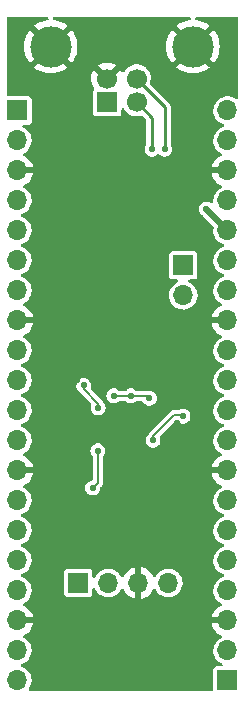
<source format=gbr>
%TF.GenerationSoftware,KiCad,Pcbnew,(6.0.11)*%
%TF.CreationDate,2024-02-23T21:15:20-06:00*%
%TF.ProjectId,PicoAlt,5069636f-416c-4742-9e6b-696361645f70,rev?*%
%TF.SameCoordinates,Original*%
%TF.FileFunction,Copper,L2,Bot*%
%TF.FilePolarity,Positive*%
%FSLAX46Y46*%
G04 Gerber Fmt 4.6, Leading zero omitted, Abs format (unit mm)*
G04 Created by KiCad (PCBNEW (6.0.11)) date 2024-02-23 21:15:20*
%MOMM*%
%LPD*%
G01*
G04 APERTURE LIST*
%TA.AperFunction,ComponentPad*%
%ADD10R,1.700000X1.700000*%
%TD*%
%TA.AperFunction,ComponentPad*%
%ADD11C,1.700000*%
%TD*%
%TA.AperFunction,ComponentPad*%
%ADD12C,3.500000*%
%TD*%
%TA.AperFunction,ComponentPad*%
%ADD13O,1.700000X1.700000*%
%TD*%
%TA.AperFunction,ViaPad*%
%ADD14C,0.550000*%
%TD*%
%TA.AperFunction,Conductor*%
%ADD15C,0.130000*%
%TD*%
%TA.AperFunction,Conductor*%
%ADD16C,0.500000*%
%TD*%
%TA.AperFunction,Conductor*%
%ADD17C,0.250000*%
%TD*%
G04 APERTURE END LIST*
D10*
%TO.P,J2,1,VBUS*%
%TO.N,VBUS*%
X147290000Y-78040000D03*
D11*
%TO.P,J2,2,D-*%
%TO.N,Net-(J2-Pad2)*%
X149790000Y-78040000D03*
%TO.P,J2,3,D+*%
%TO.N,Net-(J2-Pad3)*%
X149790000Y-76040000D03*
%TO.P,J2,4,GND*%
%TO.N,GND*%
X147290000Y-76040000D03*
D12*
%TO.P,J2,5,Shield*%
X154560000Y-73330000D03*
X142520000Y-73330000D03*
%TD*%
D10*
%TO.P,J3,1,Pin_1*%
%TO.N,+3.3V*%
X144850000Y-118740000D03*
D13*
%TO.P,J3,2,Pin_2*%
%TO.N,Net-(J3-Pad2)*%
X147390000Y-118740000D03*
%TO.P,J3,3,Pin_3*%
%TO.N,GND*%
X149930000Y-118740000D03*
%TO.P,J3,4,Pin_4*%
%TO.N,Net-(J3-Pad4)*%
X152470000Y-118740000D03*
%TD*%
D10*
%TO.P,JP1,1,A*%
%TO.N,Net-(J5-Pad17)*%
X153740000Y-91850000D03*
D13*
%TO.P,JP1,2,B*%
%TO.N,GPIO29*%
X153740000Y-94390000D03*
%TD*%
D10*
%TO.P,J5,1,Pin_1*%
%TO.N,GPIO16*%
X157480000Y-127000000D03*
D13*
%TO.P,J5,2,Pin_2*%
%TO.N,GPIO17*%
X157480000Y-124460000D03*
%TO.P,J5,3,Pin_3*%
%TO.N,GND*%
X157480000Y-121920000D03*
%TO.P,J5,4,Pin_4*%
%TO.N,GPIO18*%
X157480000Y-119380000D03*
%TO.P,J5,5,Pin_5*%
%TO.N,GPIO19*%
X157480000Y-116840000D03*
%TO.P,J5,6,Pin_6*%
%TO.N,GPIO20*%
X157480000Y-114300000D03*
%TO.P,J5,7,Pin_7*%
%TO.N,GPIO21*%
X157480000Y-111760000D03*
%TO.P,J5,8,Pin_8*%
%TO.N,GND*%
X157480000Y-109220000D03*
%TO.P,J5,9,Pin_9*%
%TO.N,GPIO22*%
X157480000Y-106680000D03*
%TO.P,J5,10,Pin_10*%
%TO.N,RUN*%
X157480000Y-104140000D03*
%TO.P,J5,11,Pin_11*%
%TO.N,GPIO26*%
X157480000Y-101600000D03*
%TO.P,J5,12,Pin_12*%
%TO.N,GPIO27*%
X157480000Y-99060000D03*
%TO.P,J5,13,Pin_13*%
%TO.N,GND*%
X157480000Y-96520000D03*
%TO.P,J5,14,Pin_14*%
%TO.N,GPIO28*%
X157480000Y-93980000D03*
%TO.P,J5,15,Pin_15*%
%TO.N,ADCVREF*%
X157480000Y-91440000D03*
%TO.P,J5,16,Pin_16*%
%TO.N,+3.3V*%
X157480000Y-88900000D03*
%TO.P,J5,17,Pin_17*%
%TO.N,Net-(J5-Pad17)*%
X157480000Y-86360000D03*
%TO.P,J5,18,Pin_18*%
%TO.N,GND*%
X157480000Y-83820000D03*
%TO.P,J5,19,Pin_19*%
%TO.N,+5V*%
X157480000Y-81280000D03*
%TO.P,J5,20,Pin_20*%
%TO.N,VBUS*%
X157480000Y-78740000D03*
%TD*%
D10*
%TO.P,J4,1,Pin_1*%
%TO.N,GPIO0*%
X139700000Y-78740000D03*
D13*
%TO.P,J4,2,Pin_2*%
%TO.N,GPIO1*%
X139700000Y-81280000D03*
%TO.P,J4,3,Pin_3*%
%TO.N,GND*%
X139700000Y-83820000D03*
%TO.P,J4,4,Pin_4*%
%TO.N,GPIO2*%
X139700000Y-86360000D03*
%TO.P,J4,5,Pin_5*%
%TO.N,GPIO3*%
X139700000Y-88900000D03*
%TO.P,J4,6,Pin_6*%
%TO.N,GPIO4*%
X139700000Y-91440000D03*
%TO.P,J4,7,Pin_7*%
%TO.N,GPIO5*%
X139700000Y-93980000D03*
%TO.P,J4,8,Pin_8*%
%TO.N,GND*%
X139700000Y-96520000D03*
%TO.P,J4,9,Pin_9*%
%TO.N,GPIO6*%
X139700000Y-99060000D03*
%TO.P,J4,10,Pin_10*%
%TO.N,GPIO7*%
X139700000Y-101600000D03*
%TO.P,J4,11,Pin_11*%
%TO.N,GPIO8*%
X139700000Y-104140000D03*
%TO.P,J4,12,Pin_12*%
%TO.N,GPIO9*%
X139700000Y-106680000D03*
%TO.P,J4,13,Pin_13*%
%TO.N,GND*%
X139700000Y-109220000D03*
%TO.P,J4,14,Pin_14*%
%TO.N,GPIO10*%
X139700000Y-111760000D03*
%TO.P,J4,15,Pin_15*%
%TO.N,GPIO11*%
X139700000Y-114300000D03*
%TO.P,J4,16,Pin_16*%
%TO.N,GPIO12*%
X139700000Y-116840000D03*
%TO.P,J4,17,Pin_17*%
%TO.N,GPIO13*%
X139700000Y-119380000D03*
%TO.P,J4,18,Pin_18*%
%TO.N,GND*%
X139700000Y-121920000D03*
%TO.P,J4,19,Pin_19*%
%TO.N,GPIO14*%
X139700000Y-124460000D03*
%TO.P,J4,20,Pin_20*%
%TO.N,GPIO15*%
X139700000Y-127000000D03*
%TD*%
D14*
%TO.N,GND*%
X148670000Y-105410000D03*
%TO.N,+3.3V*%
X147860000Y-102900000D03*
X149310000Y-102900000D03*
X155700000Y-87080000D03*
X150870000Y-103100000D03*
%TO.N,GND*%
X148690000Y-115000000D03*
X151080000Y-115210000D03*
X146050000Y-114160000D03*
X146410000Y-80680000D03*
X144710000Y-101520000D03*
X144470000Y-127630000D03*
X150060000Y-112430000D03*
X142320000Y-106420000D03*
X149800000Y-104220000D03*
X155000000Y-98730000D03*
X153270000Y-88160000D03*
X155100000Y-110830000D03*
X153040000Y-90130000D03*
X144040000Y-101010000D03*
X147660000Y-108020000D03*
X142780000Y-110140000D03*
X152000000Y-99170000D03*
X149840000Y-105360000D03*
X148550000Y-99450000D03*
X142940000Y-87530000D03*
X147850000Y-98890000D03*
X146460000Y-88550000D03*
X144270000Y-109970000D03*
X146400000Y-82500000D03*
X150540000Y-126970000D03*
X146360000Y-89750000D03*
X150700000Y-99560000D03*
X150750000Y-122670000D03*
X149160000Y-98900000D03*
X154950000Y-96820000D03*
X147510000Y-104180000D03*
X151480000Y-99560000D03*
X155050000Y-102040000D03*
X153210000Y-105170000D03*
X149960000Y-106740000D03*
X144680000Y-97360000D03*
X147380000Y-105360000D03*
X147330000Y-106660000D03*
X146520000Y-96580000D03*
X148750000Y-111480000D03*
X144640000Y-122030000D03*
%TO.N,Net-(J2-Pad2)*%
X151090000Y-82030000D03*
%TO.N,Net-(J2-Pad3)*%
X152160000Y-82030000D03*
%TO.N,RUN*%
X151180000Y-106660000D03*
X153720000Y-104630000D03*
%TO.N,QSPISS*%
X145310000Y-102020000D03*
X146510000Y-107560000D03*
X146530000Y-103920000D03*
X146070000Y-110700000D03*
%TD*%
D15*
%TO.N,QSPISS*%
X145310000Y-102330000D02*
X145310000Y-102020000D01*
X146530000Y-103550000D02*
X145310000Y-102330000D01*
X146530000Y-103920000D02*
X146530000Y-103550000D01*
%TO.N,+3.3V*%
X147860000Y-102900000D02*
X149310000Y-102900000D01*
D16*
X157480000Y-88900000D02*
X157480000Y-88860000D01*
X157480000Y-88860000D02*
X155700000Y-87080000D01*
D15*
X150670000Y-102900000D02*
X150870000Y-103100000D01*
X149310000Y-102900000D02*
X150670000Y-102900000D01*
D17*
%TO.N,Net-(J2-Pad2)*%
X151090000Y-82030000D02*
X151100000Y-82020000D01*
X151100000Y-82020000D02*
X151100000Y-79350000D01*
X151100000Y-79350000D02*
X149790000Y-78040000D01*
%TO.N,Net-(J2-Pad3)*%
X152160000Y-82030000D02*
X152210000Y-81980000D01*
X152210000Y-78460000D02*
X149790000Y-76040000D01*
X152210000Y-81980000D02*
X152210000Y-78460000D01*
D15*
%TO.N,RUN*%
X152990000Y-104510000D02*
X151180000Y-106320000D01*
X151180000Y-106320000D02*
X151180000Y-106660000D01*
X153600000Y-104510000D02*
X152990000Y-104510000D01*
X153720000Y-104630000D02*
X153600000Y-104510000D01*
%TO.N,QSPISS*%
X146510000Y-107560000D02*
X146510000Y-110260000D01*
X146510000Y-110260000D02*
X146070000Y-110700000D01*
%TD*%
%TA.AperFunction,Conductor*%
%TO.N,GND*%
G36*
X142279080Y-70855502D02*
G01*
X142325573Y-70909158D01*
X142335677Y-70979432D01*
X142306183Y-71044012D01*
X142246457Y-71082396D01*
X142227402Y-71086422D01*
X142220601Y-71087317D01*
X141938383Y-71143454D01*
X141930420Y-71145588D01*
X141657953Y-71238078D01*
X141650349Y-71241228D01*
X141392282Y-71368492D01*
X141385145Y-71372613D01*
X141145901Y-71532470D01*
X141139361Y-71537488D01*
X141124926Y-71550147D01*
X141116528Y-71563386D01*
X141122362Y-71573151D01*
X142507190Y-72957980D01*
X142521131Y-72965592D01*
X142522966Y-72965461D01*
X142529580Y-72961210D01*
X143915884Y-71574905D01*
X143923399Y-71561144D01*
X143916941Y-71551784D01*
X143900639Y-71537488D01*
X143894099Y-71532470D01*
X143654856Y-71372613D01*
X143647719Y-71368492D01*
X143389651Y-71241228D01*
X143382047Y-71238078D01*
X143109580Y-71145588D01*
X143101617Y-71143454D01*
X142819399Y-71087317D01*
X142812598Y-71086422D01*
X142747670Y-71057702D01*
X142708577Y-70998437D01*
X142707730Y-70927446D01*
X142745399Y-70867266D01*
X142809623Y-70837005D01*
X142829041Y-70835500D01*
X154250959Y-70835500D01*
X154319080Y-70855502D01*
X154365573Y-70909158D01*
X154375677Y-70979432D01*
X154346183Y-71044012D01*
X154286457Y-71082396D01*
X154267402Y-71086422D01*
X154260601Y-71087317D01*
X153978383Y-71143454D01*
X153970420Y-71145588D01*
X153697953Y-71238078D01*
X153690349Y-71241228D01*
X153432282Y-71368492D01*
X153425145Y-71372613D01*
X153185901Y-71532470D01*
X153179361Y-71537488D01*
X153164926Y-71550147D01*
X153156528Y-71563386D01*
X153162362Y-71573151D01*
X154547190Y-72957980D01*
X154561131Y-72965592D01*
X154562966Y-72965461D01*
X154569580Y-72961210D01*
X155955884Y-71574905D01*
X155963399Y-71561144D01*
X155956941Y-71551784D01*
X155940639Y-71537488D01*
X155934099Y-71532470D01*
X155694856Y-71372613D01*
X155687719Y-71368492D01*
X155429651Y-71241228D01*
X155422047Y-71238078D01*
X155149580Y-71145588D01*
X155141617Y-71143454D01*
X154859399Y-71087317D01*
X154852598Y-71086422D01*
X154787670Y-71057702D01*
X154748577Y-70998437D01*
X154747730Y-70927446D01*
X154785399Y-70867266D01*
X154849623Y-70837005D01*
X154869041Y-70835500D01*
X158273500Y-70835500D01*
X158341621Y-70855502D01*
X158388114Y-70909158D01*
X158399500Y-70961500D01*
X158399500Y-77672089D01*
X158379498Y-77740210D01*
X158325842Y-77786703D01*
X158255568Y-77796807D01*
X158206265Y-77778651D01*
X158190057Y-77768424D01*
X158027350Y-77665764D01*
X157822421Y-77584006D01*
X157816761Y-77582880D01*
X157816757Y-77582879D01*
X157611691Y-77542089D01*
X157611688Y-77542089D01*
X157606024Y-77540962D01*
X157600249Y-77540886D01*
X157600245Y-77540886D01*
X157489504Y-77539437D01*
X157385406Y-77538074D01*
X157379709Y-77539053D01*
X157379708Y-77539053D01*
X157173654Y-77574459D01*
X157173653Y-77574459D01*
X157167957Y-77575438D01*
X156960957Y-77651804D01*
X156955996Y-77654756D01*
X156955995Y-77654756D01*
X156920644Y-77675788D01*
X156771341Y-77764614D01*
X156605457Y-77910090D01*
X156468863Y-78083360D01*
X156366131Y-78278620D01*
X156300703Y-78489333D01*
X156274770Y-78708440D01*
X156289200Y-78928604D01*
X156290621Y-78934200D01*
X156290622Y-78934205D01*
X156330154Y-79089858D01*
X156343511Y-79142452D01*
X156345928Y-79147694D01*
X156345928Y-79147695D01*
X156385740Y-79234054D01*
X156435883Y-79342821D01*
X156563222Y-79523002D01*
X156721264Y-79676961D01*
X156726060Y-79680166D01*
X156726063Y-79680168D01*
X156810261Y-79736427D01*
X156904717Y-79799540D01*
X156910020Y-79801818D01*
X156910023Y-79801820D01*
X157089507Y-79878932D01*
X157107436Y-79886635D01*
X157113071Y-79887910D01*
X157113074Y-79887911D01*
X157114484Y-79888230D01*
X157115083Y-79888564D01*
X157118562Y-79889694D01*
X157118340Y-79890377D01*
X157176511Y-79922772D01*
X157210016Y-79985366D01*
X157204362Y-80056137D01*
X157161344Y-80112616D01*
X157130287Y-80129335D01*
X156966376Y-80189804D01*
X156966368Y-80189808D01*
X156960957Y-80191804D01*
X156771341Y-80304614D01*
X156605457Y-80450090D01*
X156468863Y-80623360D01*
X156366131Y-80818620D01*
X156300703Y-81029333D01*
X156274770Y-81248440D01*
X156289200Y-81468604D01*
X156290621Y-81474200D01*
X156290622Y-81474205D01*
X156324700Y-81608385D01*
X156343511Y-81682452D01*
X156345928Y-81687694D01*
X156345928Y-81687695D01*
X156384046Y-81770379D01*
X156435883Y-81882821D01*
X156563222Y-82063002D01*
X156721264Y-82216961D01*
X156726060Y-82220166D01*
X156726063Y-82220168D01*
X156810258Y-82276425D01*
X156904717Y-82339540D01*
X156910020Y-82341818D01*
X156910023Y-82341820D01*
X156922546Y-82347200D01*
X156977239Y-82392469D01*
X156998776Y-82460120D01*
X156980319Y-82528675D01*
X156930988Y-82574731D01*
X156758463Y-82664542D01*
X156749738Y-82670036D01*
X156579433Y-82797905D01*
X156571726Y-82804748D01*
X156424590Y-82958717D01*
X156418104Y-82966727D01*
X156298098Y-83142649D01*
X156293000Y-83151623D01*
X156203338Y-83344783D01*
X156199775Y-83354470D01*
X156144389Y-83554183D01*
X156145912Y-83562607D01*
X156158292Y-83566000D01*
X157608000Y-83566000D01*
X157676121Y-83586002D01*
X157722614Y-83639658D01*
X157734000Y-83692000D01*
X157734000Y-83948000D01*
X157713998Y-84016121D01*
X157660342Y-84062614D01*
X157608000Y-84074000D01*
X156163225Y-84074000D01*
X156149694Y-84077973D01*
X156148257Y-84087966D01*
X156178565Y-84222446D01*
X156181645Y-84232275D01*
X156261770Y-84429603D01*
X156266413Y-84438794D01*
X156377694Y-84620388D01*
X156383777Y-84628699D01*
X156523213Y-84789667D01*
X156530580Y-84796883D01*
X156694434Y-84932916D01*
X156702881Y-84938831D01*
X156886756Y-85046279D01*
X156896043Y-85050729D01*
X156918682Y-85059374D01*
X156975186Y-85102362D01*
X156999478Y-85169073D01*
X156983847Y-85238328D01*
X156938156Y-85285369D01*
X156812360Y-85360210D01*
X156771341Y-85384614D01*
X156605457Y-85530090D01*
X156468863Y-85703360D01*
X156366131Y-85898620D01*
X156300703Y-86109333D01*
X156274770Y-86328440D01*
X156275148Y-86334207D01*
X156284295Y-86473774D01*
X156268791Y-86543057D01*
X156218291Y-86592959D01*
X156148828Y-86607637D01*
X156082457Y-86582431D01*
X156074746Y-86576090D01*
X156065275Y-86567651D01*
X156065267Y-86567645D01*
X156059603Y-86562599D01*
X156052897Y-86559048D01*
X156052895Y-86559047D01*
X155992704Y-86527178D01*
X155925805Y-86491757D01*
X155778972Y-86454874D01*
X155771374Y-86454834D01*
X155771372Y-86454834D01*
X155706775Y-86454496D01*
X155627579Y-86454082D01*
X155620200Y-86455854D01*
X155620196Y-86455854D01*
X155487746Y-86487652D01*
X155487742Y-86487653D01*
X155480367Y-86489424D01*
X155473622Y-86492905D01*
X155473623Y-86492905D01*
X155365708Y-86548604D01*
X155345835Y-86558861D01*
X155340113Y-86563853D01*
X155340111Y-86563854D01*
X155237474Y-86653390D01*
X155237471Y-86653393D01*
X155231749Y-86658385D01*
X155227382Y-86664599D01*
X155158610Y-86762452D01*
X155144696Y-86782249D01*
X155089702Y-86923302D01*
X155088711Y-86930831D01*
X155073959Y-87042884D01*
X155069941Y-87073402D01*
X155086554Y-87223883D01*
X155138582Y-87366057D01*
X155142819Y-87372363D01*
X155142821Y-87372366D01*
X155172364Y-87416330D01*
X155223022Y-87491716D01*
X155334998Y-87593607D01*
X155383218Y-87619789D01*
X155412188Y-87641423D01*
X156275193Y-88504428D01*
X156309219Y-88566740D01*
X156306430Y-88630889D01*
X156300703Y-88649333D01*
X156274770Y-88868440D01*
X156289200Y-89088604D01*
X156290621Y-89094200D01*
X156290622Y-89094205D01*
X156342090Y-89296857D01*
X156343511Y-89302452D01*
X156345928Y-89307694D01*
X156345928Y-89307695D01*
X156384046Y-89390379D01*
X156435883Y-89502821D01*
X156563222Y-89683002D01*
X156721264Y-89836961D01*
X156726060Y-89840166D01*
X156726063Y-89840168D01*
X156810261Y-89896427D01*
X156904717Y-89959540D01*
X156910020Y-89961818D01*
X156910023Y-89961820D01*
X157102129Y-90044355D01*
X157107436Y-90046635D01*
X157113071Y-90047910D01*
X157113074Y-90047911D01*
X157114484Y-90048230D01*
X157115083Y-90048564D01*
X157118562Y-90049694D01*
X157118340Y-90050377D01*
X157176511Y-90082772D01*
X157210016Y-90145366D01*
X157204362Y-90216137D01*
X157161344Y-90272616D01*
X157130287Y-90289335D01*
X156966376Y-90349804D01*
X156966368Y-90349808D01*
X156960957Y-90351804D01*
X156771341Y-90464614D01*
X156605457Y-90610090D01*
X156468863Y-90783360D01*
X156366131Y-90978620D01*
X156300703Y-91189333D01*
X156274770Y-91408440D01*
X156289200Y-91628604D01*
X156290621Y-91634200D01*
X156290622Y-91634205D01*
X156342090Y-91836857D01*
X156343511Y-91842452D01*
X156345928Y-91847694D01*
X156345928Y-91847695D01*
X156384046Y-91930379D01*
X156435883Y-92042821D01*
X156563222Y-92223002D01*
X156721264Y-92376961D01*
X156726060Y-92380166D01*
X156726063Y-92380168D01*
X156810261Y-92436427D01*
X156904717Y-92499540D01*
X156910020Y-92501818D01*
X156910023Y-92501820D01*
X157102129Y-92584355D01*
X157107436Y-92586635D01*
X157113071Y-92587910D01*
X157113074Y-92587911D01*
X157114484Y-92588230D01*
X157115083Y-92588564D01*
X157118562Y-92589694D01*
X157118340Y-92590377D01*
X157176511Y-92622772D01*
X157210016Y-92685366D01*
X157204362Y-92756137D01*
X157161344Y-92812616D01*
X157130287Y-92829335D01*
X156966376Y-92889804D01*
X156966368Y-92889808D01*
X156960957Y-92891804D01*
X156955996Y-92894756D01*
X156955995Y-92894756D01*
X156923293Y-92914212D01*
X156771341Y-93004614D01*
X156605457Y-93150090D01*
X156468863Y-93323360D01*
X156366131Y-93518620D01*
X156300703Y-93729333D01*
X156274770Y-93948440D01*
X156289200Y-94168604D01*
X156290621Y-94174200D01*
X156290622Y-94174205D01*
X156335956Y-94352705D01*
X156343511Y-94382452D01*
X156345928Y-94387694D01*
X156345928Y-94387695D01*
X156384046Y-94470379D01*
X156435883Y-94582821D01*
X156563222Y-94763002D01*
X156721264Y-94916961D01*
X156726060Y-94920166D01*
X156726063Y-94920168D01*
X156810258Y-94976425D01*
X156904717Y-95039540D01*
X156910020Y-95041818D01*
X156910023Y-95041820D01*
X156922546Y-95047200D01*
X156977239Y-95092469D01*
X156998776Y-95160120D01*
X156980319Y-95228675D01*
X156930988Y-95274731D01*
X156758463Y-95364542D01*
X156749738Y-95370036D01*
X156579433Y-95497905D01*
X156571726Y-95504748D01*
X156424590Y-95658717D01*
X156418104Y-95666727D01*
X156298098Y-95842649D01*
X156293000Y-95851623D01*
X156203338Y-96044783D01*
X156199775Y-96054470D01*
X156144389Y-96254183D01*
X156145912Y-96262607D01*
X156158292Y-96266000D01*
X157608000Y-96266000D01*
X157676121Y-96286002D01*
X157722614Y-96339658D01*
X157734000Y-96392000D01*
X157734000Y-96648000D01*
X157713998Y-96716121D01*
X157660342Y-96762614D01*
X157608000Y-96774000D01*
X156163225Y-96774000D01*
X156149694Y-96777973D01*
X156148257Y-96787966D01*
X156178565Y-96922446D01*
X156181645Y-96932275D01*
X156261770Y-97129603D01*
X156266413Y-97138794D01*
X156377694Y-97320388D01*
X156383777Y-97328699D01*
X156523213Y-97489667D01*
X156530580Y-97496883D01*
X156694434Y-97632916D01*
X156702881Y-97638831D01*
X156886756Y-97746279D01*
X156896043Y-97750729D01*
X156918682Y-97759374D01*
X156975186Y-97802362D01*
X156999478Y-97869073D01*
X156983847Y-97938328D01*
X156938156Y-97985369D01*
X156812360Y-98060210D01*
X156771341Y-98084614D01*
X156605457Y-98230090D01*
X156468863Y-98403360D01*
X156366131Y-98598620D01*
X156300703Y-98809333D01*
X156274770Y-99028440D01*
X156289200Y-99248604D01*
X156290621Y-99254200D01*
X156290622Y-99254205D01*
X156342090Y-99456857D01*
X156343511Y-99462452D01*
X156345928Y-99467694D01*
X156345928Y-99467695D01*
X156384046Y-99550379D01*
X156435883Y-99662821D01*
X156563222Y-99843002D01*
X156721264Y-99996961D01*
X156726060Y-100000166D01*
X156726063Y-100000168D01*
X156810261Y-100056427D01*
X156904717Y-100119540D01*
X156910020Y-100121818D01*
X156910023Y-100121820D01*
X157102129Y-100204355D01*
X157107436Y-100206635D01*
X157113071Y-100207910D01*
X157113074Y-100207911D01*
X157114484Y-100208230D01*
X157115083Y-100208564D01*
X157118562Y-100209694D01*
X157118340Y-100210377D01*
X157176511Y-100242772D01*
X157210016Y-100305366D01*
X157204362Y-100376137D01*
X157161344Y-100432616D01*
X157130287Y-100449335D01*
X156966376Y-100509804D01*
X156966368Y-100509808D01*
X156960957Y-100511804D01*
X156771341Y-100624614D01*
X156605457Y-100770090D01*
X156468863Y-100943360D01*
X156366131Y-101138620D01*
X156300703Y-101349333D01*
X156274770Y-101568440D01*
X156289200Y-101788604D01*
X156290621Y-101794200D01*
X156290622Y-101794205D01*
X156342090Y-101996857D01*
X156343511Y-102002452D01*
X156345928Y-102007694D01*
X156345928Y-102007695D01*
X156384046Y-102090379D01*
X156435883Y-102202821D01*
X156563222Y-102383002D01*
X156721264Y-102536961D01*
X156726060Y-102540166D01*
X156726063Y-102540168D01*
X156829574Y-102609331D01*
X156904717Y-102659540D01*
X156910020Y-102661818D01*
X156910023Y-102661820D01*
X157083208Y-102736226D01*
X157107436Y-102746635D01*
X157113071Y-102747910D01*
X157113074Y-102747911D01*
X157114484Y-102748230D01*
X157115083Y-102748564D01*
X157118562Y-102749694D01*
X157118340Y-102750377D01*
X157176511Y-102782772D01*
X157210016Y-102845366D01*
X157204362Y-102916137D01*
X157161344Y-102972616D01*
X157130287Y-102989335D01*
X156966376Y-103049804D01*
X156966368Y-103049808D01*
X156960957Y-103051804D01*
X156955996Y-103054756D01*
X156955995Y-103054756D01*
X156857767Y-103113196D01*
X156771341Y-103164614D01*
X156605457Y-103310090D01*
X156468863Y-103483360D01*
X156366131Y-103678620D01*
X156300703Y-103889333D01*
X156274770Y-104108440D01*
X156289200Y-104328604D01*
X156290621Y-104334200D01*
X156290622Y-104334205D01*
X156325770Y-104472598D01*
X156343511Y-104542452D01*
X156345928Y-104547694D01*
X156345928Y-104547695D01*
X156383871Y-104630000D01*
X156435883Y-104742821D01*
X156563222Y-104923002D01*
X156721264Y-105076961D01*
X156726060Y-105080166D01*
X156726063Y-105080168D01*
X156872226Y-105177830D01*
X156904717Y-105199540D01*
X156910020Y-105201818D01*
X156910023Y-105201820D01*
X157037348Y-105256523D01*
X157107436Y-105286635D01*
X157113071Y-105287910D01*
X157113074Y-105287911D01*
X157114484Y-105288230D01*
X157115083Y-105288564D01*
X157118562Y-105289694D01*
X157118340Y-105290377D01*
X157176511Y-105322772D01*
X157210016Y-105385366D01*
X157204362Y-105456137D01*
X157161344Y-105512616D01*
X157130287Y-105529335D01*
X156966376Y-105589804D01*
X156966368Y-105589808D01*
X156960957Y-105591804D01*
X156771341Y-105704614D01*
X156605457Y-105850090D01*
X156468863Y-106023360D01*
X156366131Y-106218620D01*
X156300703Y-106429333D01*
X156274770Y-106648440D01*
X156289200Y-106868604D01*
X156290621Y-106874200D01*
X156290622Y-106874205D01*
X156333708Y-107043854D01*
X156343511Y-107082452D01*
X156345928Y-107087694D01*
X156345928Y-107087695D01*
X156383177Y-107168493D01*
X156435883Y-107282821D01*
X156563222Y-107463002D01*
X156721264Y-107616961D01*
X156726060Y-107620166D01*
X156726063Y-107620168D01*
X156810258Y-107676425D01*
X156904717Y-107739540D01*
X156910020Y-107741818D01*
X156910023Y-107741820D01*
X156922546Y-107747200D01*
X156977239Y-107792469D01*
X156998776Y-107860120D01*
X156980319Y-107928675D01*
X156930988Y-107974731D01*
X156758463Y-108064542D01*
X156749738Y-108070036D01*
X156579433Y-108197905D01*
X156571726Y-108204748D01*
X156424590Y-108358717D01*
X156418104Y-108366727D01*
X156298098Y-108542649D01*
X156293000Y-108551623D01*
X156203338Y-108744783D01*
X156199775Y-108754470D01*
X156144389Y-108954183D01*
X156145912Y-108962607D01*
X156158292Y-108966000D01*
X157608000Y-108966000D01*
X157676121Y-108986002D01*
X157722614Y-109039658D01*
X157734000Y-109092000D01*
X157734000Y-109348000D01*
X157713998Y-109416121D01*
X157660342Y-109462614D01*
X157608000Y-109474000D01*
X156163225Y-109474000D01*
X156149694Y-109477973D01*
X156148257Y-109487966D01*
X156178565Y-109622446D01*
X156181645Y-109632275D01*
X156261770Y-109829603D01*
X156266413Y-109838794D01*
X156377694Y-110020388D01*
X156383777Y-110028699D01*
X156523213Y-110189667D01*
X156530580Y-110196883D01*
X156694434Y-110332916D01*
X156702881Y-110338831D01*
X156886756Y-110446279D01*
X156896043Y-110450729D01*
X156918682Y-110459374D01*
X156975186Y-110502362D01*
X156999478Y-110569073D01*
X156983847Y-110638328D01*
X156938156Y-110685369D01*
X156812360Y-110760210D01*
X156771341Y-110784614D01*
X156605457Y-110930090D01*
X156468863Y-111103360D01*
X156366131Y-111298620D01*
X156300703Y-111509333D01*
X156274770Y-111728440D01*
X156289200Y-111948604D01*
X156290621Y-111954200D01*
X156290622Y-111954205D01*
X156342090Y-112156857D01*
X156343511Y-112162452D01*
X156345928Y-112167694D01*
X156345928Y-112167695D01*
X156384046Y-112250379D01*
X156435883Y-112362821D01*
X156563222Y-112543002D01*
X156721264Y-112696961D01*
X156726060Y-112700166D01*
X156726063Y-112700168D01*
X156810261Y-112756427D01*
X156904717Y-112819540D01*
X156910020Y-112821818D01*
X156910023Y-112821820D01*
X157102129Y-112904355D01*
X157107436Y-112906635D01*
X157113071Y-112907910D01*
X157113074Y-112907911D01*
X157114484Y-112908230D01*
X157115083Y-112908564D01*
X157118562Y-112909694D01*
X157118340Y-112910377D01*
X157176511Y-112942772D01*
X157210016Y-113005366D01*
X157204362Y-113076137D01*
X157161344Y-113132616D01*
X157130287Y-113149335D01*
X156966376Y-113209804D01*
X156966368Y-113209808D01*
X156960957Y-113211804D01*
X156771341Y-113324614D01*
X156605457Y-113470090D01*
X156468863Y-113643360D01*
X156366131Y-113838620D01*
X156300703Y-114049333D01*
X156274770Y-114268440D01*
X156289200Y-114488604D01*
X156290621Y-114494200D01*
X156290622Y-114494205D01*
X156342090Y-114696857D01*
X156343511Y-114702452D01*
X156345928Y-114707694D01*
X156345928Y-114707695D01*
X156384046Y-114790379D01*
X156435883Y-114902821D01*
X156563222Y-115083002D01*
X156721264Y-115236961D01*
X156726060Y-115240166D01*
X156726063Y-115240168D01*
X156810261Y-115296427D01*
X156904717Y-115359540D01*
X156910020Y-115361818D01*
X156910023Y-115361820D01*
X157102129Y-115444355D01*
X157107436Y-115446635D01*
X157113071Y-115447910D01*
X157113074Y-115447911D01*
X157114484Y-115448230D01*
X157115083Y-115448564D01*
X157118562Y-115449694D01*
X157118340Y-115450377D01*
X157176511Y-115482772D01*
X157210016Y-115545366D01*
X157204362Y-115616137D01*
X157161344Y-115672616D01*
X157130287Y-115689335D01*
X156966376Y-115749804D01*
X156966368Y-115749808D01*
X156960957Y-115751804D01*
X156771341Y-115864614D01*
X156605457Y-116010090D01*
X156468863Y-116183360D01*
X156366131Y-116378620D01*
X156300703Y-116589333D01*
X156274770Y-116808440D01*
X156289200Y-117028604D01*
X156290621Y-117034200D01*
X156290622Y-117034205D01*
X156342090Y-117236857D01*
X156343511Y-117242452D01*
X156345928Y-117247694D01*
X156345928Y-117247695D01*
X156423542Y-117416051D01*
X156435883Y-117442821D01*
X156563222Y-117623002D01*
X156721264Y-117776961D01*
X156726060Y-117780166D01*
X156726063Y-117780168D01*
X156810261Y-117836427D01*
X156904717Y-117899540D01*
X156910020Y-117901818D01*
X156910023Y-117901820D01*
X157102129Y-117984355D01*
X157107436Y-117986635D01*
X157113071Y-117987910D01*
X157113074Y-117987911D01*
X157114484Y-117988230D01*
X157115083Y-117988564D01*
X157118562Y-117989694D01*
X157118340Y-117990377D01*
X157176511Y-118022772D01*
X157210016Y-118085366D01*
X157204362Y-118156137D01*
X157161344Y-118212616D01*
X157130287Y-118229335D01*
X156966376Y-118289804D01*
X156966368Y-118289808D01*
X156960957Y-118291804D01*
X156955996Y-118294756D01*
X156955995Y-118294756D01*
X156933842Y-118307936D01*
X156771341Y-118404614D01*
X156605457Y-118550090D01*
X156468863Y-118723360D01*
X156366131Y-118918620D01*
X156300703Y-119129333D01*
X156274770Y-119348440D01*
X156289200Y-119568604D01*
X156290621Y-119574200D01*
X156290622Y-119574205D01*
X156331822Y-119736427D01*
X156343511Y-119782452D01*
X156345928Y-119787694D01*
X156345928Y-119787695D01*
X156386371Y-119875422D01*
X156435883Y-119982821D01*
X156563222Y-120163002D01*
X156721264Y-120316961D01*
X156726060Y-120320166D01*
X156726063Y-120320168D01*
X156810258Y-120376425D01*
X156904717Y-120439540D01*
X156910020Y-120441818D01*
X156910023Y-120441820D01*
X156922546Y-120447200D01*
X156977239Y-120492469D01*
X156998776Y-120560120D01*
X156980319Y-120628675D01*
X156930988Y-120674731D01*
X156758463Y-120764542D01*
X156749738Y-120770036D01*
X156579433Y-120897905D01*
X156571726Y-120904748D01*
X156424590Y-121058717D01*
X156418104Y-121066727D01*
X156298098Y-121242649D01*
X156293000Y-121251623D01*
X156203338Y-121444783D01*
X156199775Y-121454470D01*
X156144389Y-121654183D01*
X156145912Y-121662607D01*
X156158292Y-121666000D01*
X157608000Y-121666000D01*
X157676121Y-121686002D01*
X157722614Y-121739658D01*
X157734000Y-121792000D01*
X157734000Y-122048000D01*
X157713998Y-122116121D01*
X157660342Y-122162614D01*
X157608000Y-122174000D01*
X156163225Y-122174000D01*
X156149694Y-122177973D01*
X156148257Y-122187966D01*
X156178565Y-122322446D01*
X156181645Y-122332275D01*
X156261770Y-122529603D01*
X156266413Y-122538794D01*
X156377694Y-122720388D01*
X156383777Y-122728699D01*
X156523213Y-122889667D01*
X156530580Y-122896883D01*
X156694434Y-123032916D01*
X156702881Y-123038831D01*
X156886756Y-123146279D01*
X156896043Y-123150729D01*
X156918682Y-123159374D01*
X156975186Y-123202362D01*
X156999478Y-123269073D01*
X156983847Y-123338328D01*
X156938156Y-123385369D01*
X156812360Y-123460210D01*
X156771341Y-123484614D01*
X156605457Y-123630090D01*
X156468863Y-123803360D01*
X156366131Y-123998620D01*
X156300703Y-124209333D01*
X156274770Y-124428440D01*
X156289200Y-124648604D01*
X156290621Y-124654200D01*
X156290622Y-124654205D01*
X156342090Y-124856857D01*
X156343511Y-124862452D01*
X156345928Y-124867694D01*
X156345928Y-124867695D01*
X156384046Y-124950379D01*
X156435883Y-125062821D01*
X156563222Y-125243002D01*
X156721264Y-125396961D01*
X156726060Y-125400166D01*
X156726063Y-125400168D01*
X156810261Y-125456427D01*
X156904717Y-125519540D01*
X156910020Y-125521818D01*
X156910023Y-125521820D01*
X156993611Y-125557732D01*
X157048304Y-125603000D01*
X157069841Y-125670652D01*
X157051384Y-125739207D01*
X156998793Y-125786901D01*
X156943873Y-125799500D01*
X156596782Y-125799500D01*
X156592232Y-125800170D01*
X156592229Y-125800170D01*
X156537574Y-125808216D01*
X156537573Y-125808216D01*
X156527888Y-125809642D01*
X156481095Y-125832616D01*
X156432493Y-125856478D01*
X156432491Y-125856479D01*
X156423145Y-125861068D01*
X156340707Y-125943650D01*
X156289464Y-126048482D01*
X156279500Y-126116782D01*
X156279500Y-127793500D01*
X156259498Y-127861621D01*
X156205842Y-127908114D01*
X156153500Y-127919500D01*
X140765487Y-127919500D01*
X140697366Y-127899498D01*
X140650873Y-127845842D01*
X140640769Y-127775568D01*
X140668613Y-127712931D01*
X140689904Y-127687332D01*
X140689911Y-127687322D01*
X140693602Y-127682884D01*
X140801410Y-127490379D01*
X140803266Y-127484912D01*
X140803268Y-127484907D01*
X140870475Y-127286921D01*
X140870476Y-127286916D01*
X140872331Y-127281452D01*
X140873159Y-127275743D01*
X140873160Y-127275738D01*
X140903458Y-127066772D01*
X140903991Y-127063098D01*
X140905643Y-127000000D01*
X140885454Y-126780289D01*
X140825565Y-126567936D01*
X140727980Y-126370053D01*
X140595967Y-126193267D01*
X140498586Y-126103249D01*
X140438189Y-126047418D01*
X140438186Y-126047416D01*
X140433949Y-126043499D01*
X140247350Y-125925764D01*
X140044955Y-125845017D01*
X139989096Y-125801196D01*
X139965795Y-125734132D01*
X139982451Y-125665117D01*
X140033775Y-125616063D01*
X140051144Y-125608674D01*
X140184907Y-125563268D01*
X140184912Y-125563266D01*
X140190379Y-125561410D01*
X140382884Y-125453602D01*
X140387331Y-125449904D01*
X140548086Y-125316204D01*
X140552518Y-125312518D01*
X140693602Y-125142884D01*
X140801410Y-124950379D01*
X140803266Y-124944912D01*
X140803268Y-124944907D01*
X140870475Y-124746921D01*
X140870476Y-124746916D01*
X140872331Y-124741452D01*
X140873159Y-124735743D01*
X140873160Y-124735738D01*
X140903458Y-124526772D01*
X140903991Y-124523098D01*
X140905643Y-124460000D01*
X140885454Y-124240289D01*
X140825565Y-124027936D01*
X140727980Y-123830053D01*
X140595967Y-123653267D01*
X140433949Y-123503499D01*
X140248702Y-123386617D01*
X140248700Y-123386615D01*
X140247350Y-123385764D01*
X140247517Y-123385499D01*
X140198071Y-123338802D01*
X140181002Y-123269888D01*
X140203901Y-123202686D01*
X140251454Y-123162129D01*
X140393095Y-123092739D01*
X140401945Y-123087464D01*
X140575328Y-122963792D01*
X140583200Y-122957139D01*
X140734052Y-122806812D01*
X140740730Y-122798965D01*
X140865003Y-122626020D01*
X140870313Y-122617183D01*
X140964670Y-122426267D01*
X140968469Y-122416672D01*
X141030377Y-122212910D01*
X141032555Y-122202837D01*
X141033986Y-122191962D01*
X141031775Y-122177778D01*
X141018617Y-122174000D01*
X139572000Y-122174000D01*
X139503879Y-122153998D01*
X139457386Y-122100342D01*
X139446000Y-122048000D01*
X139446000Y-121792000D01*
X139466002Y-121723879D01*
X139519658Y-121677386D01*
X139572000Y-121666000D01*
X141018344Y-121666000D01*
X141031875Y-121662027D01*
X141033180Y-121652947D01*
X140991214Y-121485875D01*
X140987894Y-121476124D01*
X140902972Y-121280814D01*
X140898105Y-121271739D01*
X140782426Y-121092926D01*
X140776136Y-121084757D01*
X140632806Y-120927240D01*
X140625273Y-120920215D01*
X140458139Y-120788222D01*
X140449552Y-120782517D01*
X140263115Y-120679598D01*
X140254687Y-120675810D01*
X140200752Y-120629641D01*
X140180340Y-120561642D01*
X140199932Y-120493402D01*
X140244771Y-120450949D01*
X140270875Y-120436330D01*
X140382884Y-120373602D01*
X140387331Y-120369904D01*
X140548086Y-120236204D01*
X140552518Y-120232518D01*
X140684030Y-120074393D01*
X140689908Y-120067326D01*
X140689910Y-120067323D01*
X140693602Y-120062884D01*
X140767022Y-119931784D01*
X140798586Y-119875422D01*
X140798587Y-119875420D01*
X140801410Y-119870379D01*
X140803266Y-119864912D01*
X140803268Y-119864907D01*
X140870475Y-119666921D01*
X140870476Y-119666916D01*
X140872331Y-119661452D01*
X140873159Y-119655743D01*
X140873160Y-119655738D01*
X140877875Y-119623218D01*
X143649500Y-119623218D01*
X143650170Y-119627768D01*
X143650170Y-119627771D01*
X143658216Y-119682426D01*
X143659642Y-119692112D01*
X143684140Y-119742008D01*
X143703997Y-119782452D01*
X143711068Y-119796855D01*
X143793650Y-119879293D01*
X143803006Y-119883866D01*
X143803007Y-119883867D01*
X143835460Y-119899730D01*
X143898482Y-119930536D01*
X143922597Y-119934054D01*
X143962256Y-119939840D01*
X143962260Y-119939840D01*
X143966782Y-119940500D01*
X145733218Y-119940500D01*
X145737768Y-119939830D01*
X145737771Y-119939830D01*
X145792426Y-119931784D01*
X145792427Y-119931784D01*
X145802112Y-119930358D01*
X145896804Y-119883867D01*
X145897507Y-119883522D01*
X145897509Y-119883521D01*
X145906855Y-119878932D01*
X145989293Y-119796350D01*
X145995432Y-119783792D01*
X146019965Y-119733602D01*
X146040536Y-119691518D01*
X146050500Y-119623218D01*
X146050500Y-119276362D01*
X146070502Y-119208241D01*
X146124158Y-119161748D01*
X146194432Y-119151644D01*
X146259012Y-119181138D01*
X146290926Y-119223611D01*
X146294046Y-119230379D01*
X146345883Y-119342821D01*
X146473222Y-119523002D01*
X146631264Y-119676961D01*
X146636060Y-119680166D01*
X146636063Y-119680168D01*
X146720261Y-119736427D01*
X146814717Y-119799540D01*
X146820020Y-119801818D01*
X146820023Y-119801820D01*
X146983221Y-119871935D01*
X147017436Y-119886635D01*
X147097088Y-119904658D01*
X147226995Y-119934054D01*
X147227001Y-119934055D01*
X147232632Y-119935329D01*
X147238403Y-119935556D01*
X147238405Y-119935556D01*
X147306211Y-119938220D01*
X147453098Y-119943991D01*
X147575524Y-119926240D01*
X147665738Y-119913160D01*
X147665743Y-119913159D01*
X147671452Y-119912331D01*
X147676916Y-119910476D01*
X147676921Y-119910475D01*
X147874907Y-119843268D01*
X147874912Y-119843266D01*
X147880379Y-119841410D01*
X148072884Y-119733602D01*
X148092987Y-119716883D01*
X148238086Y-119596204D01*
X148242518Y-119592518D01*
X148304256Y-119518287D01*
X148379908Y-119427326D01*
X148379910Y-119427323D01*
X148383602Y-119422884D01*
X148463020Y-119281073D01*
X148513754Y-119231414D01*
X148583286Y-119217066D01*
X148649537Y-119242588D01*
X148689695Y-119295238D01*
X148711770Y-119349603D01*
X148716413Y-119358794D01*
X148827694Y-119540388D01*
X148833777Y-119548699D01*
X148973213Y-119709667D01*
X148980580Y-119716883D01*
X149144434Y-119852916D01*
X149152881Y-119858831D01*
X149336756Y-119966279D01*
X149346042Y-119970729D01*
X149545001Y-120046703D01*
X149554899Y-120049579D01*
X149658250Y-120070606D01*
X149672299Y-120069410D01*
X149676000Y-120059065D01*
X149676000Y-120058517D01*
X150184000Y-120058517D01*
X150188064Y-120072359D01*
X150201478Y-120074393D01*
X150208184Y-120073534D01*
X150218262Y-120071392D01*
X150422255Y-120010191D01*
X150431842Y-120006433D01*
X150623095Y-119912739D01*
X150631945Y-119907464D01*
X150805328Y-119783792D01*
X150813200Y-119777139D01*
X150964052Y-119626812D01*
X150970730Y-119618965D01*
X151095003Y-119446020D01*
X151100313Y-119437183D01*
X151174355Y-119287371D01*
X151222469Y-119235164D01*
X151291170Y-119217257D01*
X151358646Y-119239335D01*
X151401737Y-119290445D01*
X151425883Y-119342821D01*
X151553222Y-119523002D01*
X151711264Y-119676961D01*
X151716060Y-119680166D01*
X151716063Y-119680168D01*
X151800261Y-119736427D01*
X151894717Y-119799540D01*
X151900020Y-119801818D01*
X151900023Y-119801820D01*
X152063221Y-119871935D01*
X152097436Y-119886635D01*
X152177088Y-119904658D01*
X152306995Y-119934054D01*
X152307001Y-119934055D01*
X152312632Y-119935329D01*
X152318403Y-119935556D01*
X152318405Y-119935556D01*
X152386211Y-119938220D01*
X152533098Y-119943991D01*
X152655524Y-119926240D01*
X152745738Y-119913160D01*
X152745743Y-119913159D01*
X152751452Y-119912331D01*
X152756916Y-119910476D01*
X152756921Y-119910475D01*
X152954907Y-119843268D01*
X152954912Y-119843266D01*
X152960379Y-119841410D01*
X153152884Y-119733602D01*
X153172987Y-119716883D01*
X153318086Y-119596204D01*
X153322518Y-119592518D01*
X153384256Y-119518287D01*
X153459908Y-119427326D01*
X153459910Y-119427323D01*
X153463602Y-119422884D01*
X153564573Y-119242588D01*
X153568586Y-119235422D01*
X153568587Y-119235420D01*
X153571410Y-119230379D01*
X153573266Y-119224912D01*
X153573268Y-119224907D01*
X153640475Y-119026921D01*
X153640476Y-119026916D01*
X153642331Y-119021452D01*
X153643159Y-119015743D01*
X153643160Y-119015738D01*
X153673458Y-118806772D01*
X153673991Y-118803098D01*
X153675643Y-118740000D01*
X153655454Y-118520289D01*
X153595565Y-118307936D01*
X153497980Y-118110053D01*
X153407260Y-117988564D01*
X153369420Y-117937891D01*
X153369420Y-117937890D01*
X153365967Y-117933267D01*
X153222347Y-117800506D01*
X153208189Y-117787418D01*
X153208186Y-117787416D01*
X153203949Y-117783499D01*
X153017350Y-117665764D01*
X152812421Y-117584006D01*
X152806761Y-117582880D01*
X152806757Y-117582879D01*
X152601691Y-117542089D01*
X152601688Y-117542089D01*
X152596024Y-117540962D01*
X152590249Y-117540886D01*
X152590245Y-117540886D01*
X152479504Y-117539437D01*
X152375406Y-117538074D01*
X152369709Y-117539053D01*
X152369708Y-117539053D01*
X152163654Y-117574459D01*
X152163653Y-117574459D01*
X152157957Y-117575438D01*
X151950957Y-117651804D01*
X151945996Y-117654756D01*
X151945995Y-117654756D01*
X151828350Y-117724748D01*
X151761341Y-117764614D01*
X151595457Y-117910090D01*
X151458863Y-118083360D01*
X151420573Y-118156137D01*
X151398589Y-118197921D01*
X151349169Y-118248893D01*
X151280037Y-118265056D01*
X151213141Y-118241277D01*
X151171531Y-118189495D01*
X151132972Y-118100814D01*
X151128105Y-118091739D01*
X151012426Y-117912926D01*
X151006136Y-117904757D01*
X150862806Y-117747240D01*
X150855273Y-117740215D01*
X150688139Y-117608222D01*
X150679552Y-117602517D01*
X150493117Y-117499599D01*
X150483705Y-117495369D01*
X150282959Y-117424280D01*
X150272988Y-117421646D01*
X150201837Y-117408972D01*
X150188540Y-117410432D01*
X150184000Y-117424989D01*
X150184000Y-120058517D01*
X149676000Y-120058517D01*
X149676000Y-117423102D01*
X149672082Y-117409758D01*
X149657806Y-117407771D01*
X149619324Y-117413660D01*
X149609288Y-117416051D01*
X149406868Y-117482212D01*
X149397359Y-117486209D01*
X149208463Y-117584542D01*
X149199738Y-117590036D01*
X149029433Y-117717905D01*
X149021726Y-117724748D01*
X148874590Y-117878717D01*
X148868104Y-117886727D01*
X148748098Y-118062649D01*
X148743000Y-118071623D01*
X148687066Y-118192122D01*
X148640242Y-118245489D01*
X148571998Y-118265070D01*
X148504003Y-118244646D01*
X148459773Y-118194801D01*
X148420535Y-118115234D01*
X148420535Y-118115233D01*
X148420532Y-118115229D01*
X148417980Y-118110053D01*
X148327260Y-117988564D01*
X148289420Y-117937891D01*
X148289420Y-117937890D01*
X148285967Y-117933267D01*
X148142347Y-117800506D01*
X148128189Y-117787418D01*
X148128186Y-117787416D01*
X148123949Y-117783499D01*
X147937350Y-117665764D01*
X147732421Y-117584006D01*
X147726761Y-117582880D01*
X147726757Y-117582879D01*
X147521691Y-117542089D01*
X147521688Y-117542089D01*
X147516024Y-117540962D01*
X147510249Y-117540886D01*
X147510245Y-117540886D01*
X147399504Y-117539437D01*
X147295406Y-117538074D01*
X147289709Y-117539053D01*
X147289708Y-117539053D01*
X147083654Y-117574459D01*
X147083653Y-117574459D01*
X147077957Y-117575438D01*
X146870957Y-117651804D01*
X146865996Y-117654756D01*
X146865995Y-117654756D01*
X146748350Y-117724748D01*
X146681341Y-117764614D01*
X146515457Y-117910090D01*
X146378863Y-118083360D01*
X146321640Y-118192122D01*
X146288008Y-118256046D01*
X146238589Y-118307018D01*
X146169456Y-118323181D01*
X146102560Y-118299402D01*
X146059140Y-118243231D01*
X146050500Y-118197378D01*
X146050500Y-117856782D01*
X146047960Y-117839524D01*
X146041784Y-117797574D01*
X146041784Y-117797573D01*
X146040358Y-117787888D01*
X145988932Y-117683145D01*
X145906350Y-117600707D01*
X145884520Y-117590036D01*
X145852652Y-117574459D01*
X145801518Y-117549464D01*
X145771027Y-117545016D01*
X145737744Y-117540160D01*
X145737740Y-117540160D01*
X145733218Y-117539500D01*
X143966782Y-117539500D01*
X143962232Y-117540170D01*
X143962229Y-117540170D01*
X143907574Y-117548216D01*
X143907573Y-117548216D01*
X143897888Y-117549642D01*
X143847992Y-117574140D01*
X143802493Y-117596478D01*
X143802491Y-117596479D01*
X143793145Y-117601068D01*
X143710707Y-117683650D01*
X143659464Y-117788482D01*
X143658052Y-117798162D01*
X143652470Y-117836427D01*
X143649500Y-117856782D01*
X143649500Y-119623218D01*
X140877875Y-119623218D01*
X140903458Y-119446772D01*
X140903991Y-119443098D01*
X140905643Y-119380000D01*
X140885454Y-119160289D01*
X140825565Y-118947936D01*
X140727980Y-118750053D01*
X140595967Y-118573267D01*
X140433949Y-118423499D01*
X140247350Y-118305764D01*
X140044955Y-118225017D01*
X139989096Y-118181196D01*
X139965795Y-118114132D01*
X139982451Y-118045117D01*
X140033775Y-117996063D01*
X140051144Y-117988674D01*
X140184907Y-117943268D01*
X140184912Y-117943266D01*
X140190379Y-117941410D01*
X140204920Y-117933267D01*
X140270875Y-117896330D01*
X140382884Y-117833602D01*
X140387331Y-117829904D01*
X140548086Y-117696204D01*
X140552518Y-117692518D01*
X140642767Y-117584006D01*
X140689908Y-117527326D01*
X140689910Y-117527323D01*
X140693602Y-117522884D01*
X140801410Y-117330379D01*
X140803266Y-117324912D01*
X140803268Y-117324907D01*
X140870475Y-117126921D01*
X140870476Y-117126916D01*
X140872331Y-117121452D01*
X140873159Y-117115743D01*
X140873160Y-117115738D01*
X140903458Y-116906772D01*
X140903991Y-116903098D01*
X140905643Y-116840000D01*
X140885454Y-116620289D01*
X140825565Y-116407936D01*
X140727980Y-116210053D01*
X140595967Y-116033267D01*
X140433949Y-115883499D01*
X140247350Y-115765764D01*
X140044955Y-115685017D01*
X139989096Y-115641196D01*
X139965795Y-115574132D01*
X139982451Y-115505117D01*
X140033775Y-115456063D01*
X140051144Y-115448674D01*
X140184907Y-115403268D01*
X140184912Y-115403266D01*
X140190379Y-115401410D01*
X140382884Y-115293602D01*
X140387331Y-115289904D01*
X140548086Y-115156204D01*
X140552518Y-115152518D01*
X140693602Y-114982884D01*
X140801410Y-114790379D01*
X140803266Y-114784912D01*
X140803268Y-114784907D01*
X140870475Y-114586921D01*
X140870476Y-114586916D01*
X140872331Y-114581452D01*
X140873159Y-114575743D01*
X140873160Y-114575738D01*
X140903458Y-114366772D01*
X140903991Y-114363098D01*
X140905643Y-114300000D01*
X140885454Y-114080289D01*
X140825565Y-113867936D01*
X140727980Y-113670053D01*
X140595967Y-113493267D01*
X140433949Y-113343499D01*
X140247350Y-113225764D01*
X140044955Y-113145017D01*
X139989096Y-113101196D01*
X139965795Y-113034132D01*
X139982451Y-112965117D01*
X140033775Y-112916063D01*
X140051144Y-112908674D01*
X140184907Y-112863268D01*
X140184912Y-112863266D01*
X140190379Y-112861410D01*
X140382884Y-112753602D01*
X140387331Y-112749904D01*
X140548086Y-112616204D01*
X140552518Y-112612518D01*
X140693602Y-112442884D01*
X140801410Y-112250379D01*
X140803266Y-112244912D01*
X140803268Y-112244907D01*
X140870475Y-112046921D01*
X140870476Y-112046916D01*
X140872331Y-112041452D01*
X140873159Y-112035743D01*
X140873160Y-112035738D01*
X140903458Y-111826772D01*
X140903991Y-111823098D01*
X140905643Y-111760000D01*
X140885454Y-111540289D01*
X140825565Y-111327936D01*
X140727980Y-111130053D01*
X140718105Y-111116828D01*
X140599420Y-110957891D01*
X140599420Y-110957890D01*
X140595967Y-110953267D01*
X140490269Y-110855561D01*
X140438189Y-110807418D01*
X140438186Y-110807416D01*
X140433949Y-110803499D01*
X140259456Y-110693402D01*
X145439941Y-110693402D01*
X145456554Y-110843883D01*
X145508582Y-110986057D01*
X145512819Y-110992363D01*
X145512821Y-110992366D01*
X145551412Y-111049794D01*
X145593022Y-111111716D01*
X145704998Y-111213607D01*
X145711675Y-111217232D01*
X145711676Y-111217233D01*
X145831370Y-111282222D01*
X145831372Y-111282223D01*
X145838047Y-111285847D01*
X145845396Y-111287775D01*
X145977136Y-111322336D01*
X145977138Y-111322336D01*
X145984486Y-111324264D01*
X146064562Y-111325522D01*
X146128266Y-111326523D01*
X146128269Y-111326523D01*
X146135863Y-111326642D01*
X146283437Y-111292843D01*
X146350731Y-111258998D01*
X146411906Y-111228231D01*
X146411909Y-111228229D01*
X146418689Y-111224819D01*
X146533810Y-111126495D01*
X146622156Y-111003550D01*
X146678624Y-110863080D01*
X146699956Y-110713196D01*
X146700005Y-110708487D01*
X146700056Y-110708319D01*
X146700312Y-110704959D01*
X146701064Y-110705016D01*
X146720713Y-110640579D01*
X146736903Y-110620702D01*
X146850336Y-110507269D01*
X146860865Y-110486606D01*
X146871193Y-110469752D01*
X146879000Y-110459006D01*
X146884828Y-110450985D01*
X146887893Y-110441553D01*
X146891997Y-110428923D01*
X146899564Y-110410655D01*
X146905587Y-110398835D01*
X146905588Y-110398833D01*
X146910090Y-110389997D01*
X146913718Y-110367089D01*
X146918333Y-110347867D01*
X146922435Y-110335242D01*
X146922435Y-110335240D01*
X146925500Y-110325808D01*
X146925500Y-108085843D01*
X146945502Y-108017722D01*
X146963268Y-107997366D01*
X146962892Y-107997020D01*
X146968032Y-107991430D01*
X146973810Y-107986495D01*
X147038225Y-107896853D01*
X147057724Y-107869718D01*
X147057725Y-107869717D01*
X147062156Y-107863550D01*
X147118624Y-107723080D01*
X147139956Y-107573196D01*
X147140094Y-107560000D01*
X147137215Y-107536204D01*
X147122818Y-107417241D01*
X147121906Y-107409701D01*
X147102309Y-107357839D01*
X147071076Y-107275182D01*
X147071075Y-107275179D01*
X147068392Y-107268080D01*
X146982640Y-107143311D01*
X146869603Y-107042599D01*
X146862897Y-107039048D01*
X146862895Y-107039047D01*
X146802704Y-107007178D01*
X146735805Y-106971757D01*
X146588972Y-106934874D01*
X146581374Y-106934834D01*
X146581372Y-106934834D01*
X146516775Y-106934496D01*
X146437579Y-106934082D01*
X146430200Y-106935854D01*
X146430196Y-106935854D01*
X146297746Y-106967652D01*
X146297742Y-106967653D01*
X146290367Y-106969424D01*
X146155835Y-107038861D01*
X146150113Y-107043853D01*
X146150111Y-107043854D01*
X146047474Y-107133390D01*
X146047471Y-107133393D01*
X146041749Y-107138385D01*
X146037382Y-107144599D01*
X145961307Y-107252843D01*
X145954696Y-107262249D01*
X145899702Y-107403302D01*
X145879941Y-107553402D01*
X145896554Y-107703883D01*
X145948582Y-107846057D01*
X145952819Y-107852363D01*
X145952821Y-107852366D01*
X145968252Y-107875329D01*
X146033022Y-107971716D01*
X146053302Y-107990169D01*
X146090223Y-108050809D01*
X146094500Y-108083361D01*
X146094500Y-109951524D01*
X146074498Y-110019645D01*
X146020842Y-110066138D01*
X145997252Y-110072721D01*
X145997579Y-110074082D01*
X145857746Y-110107652D01*
X145857742Y-110107653D01*
X145850367Y-110109424D01*
X145715835Y-110178861D01*
X145710113Y-110183853D01*
X145710111Y-110183854D01*
X145607474Y-110273390D01*
X145607471Y-110273393D01*
X145601749Y-110278385D01*
X145597382Y-110284599D01*
X145521380Y-110392739D01*
X145514696Y-110402249D01*
X145459702Y-110543302D01*
X145458711Y-110550831D01*
X145440947Y-110685764D01*
X145439941Y-110693402D01*
X140259456Y-110693402D01*
X140248702Y-110686617D01*
X140248700Y-110686615D01*
X140247350Y-110685764D01*
X140247517Y-110685499D01*
X140198071Y-110638802D01*
X140181002Y-110569888D01*
X140203901Y-110502686D01*
X140251454Y-110462129D01*
X140393095Y-110392739D01*
X140401945Y-110387464D01*
X140575328Y-110263792D01*
X140583200Y-110257139D01*
X140734052Y-110106812D01*
X140740730Y-110098965D01*
X140865003Y-109926020D01*
X140870313Y-109917183D01*
X140964670Y-109726267D01*
X140968469Y-109716672D01*
X141030377Y-109512910D01*
X141032555Y-109502837D01*
X141033986Y-109491962D01*
X141031775Y-109477778D01*
X141018617Y-109474000D01*
X139572000Y-109474000D01*
X139503879Y-109453998D01*
X139457386Y-109400342D01*
X139446000Y-109348000D01*
X139446000Y-109092000D01*
X139466002Y-109023879D01*
X139519658Y-108977386D01*
X139572000Y-108966000D01*
X141018344Y-108966000D01*
X141031875Y-108962027D01*
X141033180Y-108952947D01*
X140991214Y-108785875D01*
X140987894Y-108776124D01*
X140902972Y-108580814D01*
X140898105Y-108571739D01*
X140782426Y-108392926D01*
X140776136Y-108384757D01*
X140632806Y-108227240D01*
X140625273Y-108220215D01*
X140458139Y-108088222D01*
X140449552Y-108082517D01*
X140263115Y-107979598D01*
X140254687Y-107975810D01*
X140200752Y-107929641D01*
X140180340Y-107861642D01*
X140199932Y-107793402D01*
X140244771Y-107750949D01*
X140342293Y-107696334D01*
X140382884Y-107673602D01*
X140387331Y-107669904D01*
X140548086Y-107536204D01*
X140552518Y-107532518D01*
X140619500Y-107451981D01*
X140689908Y-107367326D01*
X140689910Y-107367323D01*
X140693602Y-107362884D01*
X140761176Y-107242222D01*
X140798586Y-107175422D01*
X140798587Y-107175420D01*
X140801410Y-107170379D01*
X140803266Y-107164912D01*
X140803268Y-107164907D01*
X140870475Y-106966921D01*
X140870476Y-106966916D01*
X140872331Y-106961452D01*
X140873159Y-106955743D01*
X140873160Y-106955738D01*
X140894143Y-106811015D01*
X140903991Y-106743098D01*
X140905643Y-106680000D01*
X140903199Y-106653402D01*
X150549941Y-106653402D01*
X150566554Y-106803883D01*
X150618582Y-106946057D01*
X150622819Y-106952363D01*
X150622821Y-106952366D01*
X150661412Y-107009794D01*
X150703022Y-107071716D01*
X150814998Y-107173607D01*
X150821675Y-107177232D01*
X150821676Y-107177233D01*
X150941370Y-107242222D01*
X150941372Y-107242223D01*
X150948047Y-107245847D01*
X150955396Y-107247775D01*
X151087136Y-107282336D01*
X151087138Y-107282336D01*
X151094486Y-107284264D01*
X151174562Y-107285522D01*
X151238266Y-107286523D01*
X151238269Y-107286523D01*
X151245863Y-107286642D01*
X151393437Y-107252843D01*
X151460731Y-107218998D01*
X151521906Y-107188231D01*
X151521909Y-107188229D01*
X151528689Y-107184819D01*
X151643810Y-107086495D01*
X151732156Y-106963550D01*
X151788624Y-106823080D01*
X151809956Y-106673196D01*
X151810094Y-106660000D01*
X151791906Y-106509701D01*
X151761975Y-106430490D01*
X151756607Y-106359699D01*
X151790746Y-106296859D01*
X153056463Y-105031143D01*
X153118775Y-104997117D01*
X153189591Y-105002182D01*
X153240044Y-105037284D01*
X153243022Y-105041716D01*
X153354998Y-105143607D01*
X153361675Y-105147232D01*
X153361676Y-105147233D01*
X153481370Y-105212222D01*
X153481372Y-105212223D01*
X153488047Y-105215847D01*
X153495396Y-105217775D01*
X153627136Y-105252336D01*
X153627138Y-105252336D01*
X153634486Y-105254264D01*
X153714562Y-105255522D01*
X153778266Y-105256523D01*
X153778269Y-105256523D01*
X153785863Y-105256642D01*
X153933437Y-105222843D01*
X154000731Y-105188998D01*
X154061906Y-105158231D01*
X154061909Y-105158229D01*
X154068689Y-105154819D01*
X154183810Y-105056495D01*
X154272156Y-104933550D01*
X154328624Y-104793080D01*
X154349956Y-104643196D01*
X154350094Y-104630000D01*
X154331906Y-104479701D01*
X154309896Y-104421452D01*
X154281076Y-104345182D01*
X154281075Y-104345179D01*
X154278392Y-104338080D01*
X154192640Y-104213311D01*
X154106210Y-104136305D01*
X154085270Y-104117648D01*
X154085269Y-104117648D01*
X154079603Y-104112599D01*
X154072897Y-104109048D01*
X154072895Y-104109047D01*
X153973336Y-104056334D01*
X153945805Y-104041757D01*
X153798972Y-104004874D01*
X153791374Y-104004834D01*
X153791372Y-104004834D01*
X153726775Y-104004496D01*
X153647579Y-104004082D01*
X153640200Y-104005854D01*
X153640196Y-104005854D01*
X153507746Y-104037652D01*
X153507742Y-104037653D01*
X153500367Y-104039424D01*
X153493622Y-104042905D01*
X153493623Y-104042905D01*
X153420849Y-104080466D01*
X153363059Y-104094500D01*
X152924192Y-104094500D01*
X152902135Y-104101667D01*
X152882912Y-104106282D01*
X152860003Y-104109910D01*
X152845580Y-104117259D01*
X152839336Y-104120440D01*
X152821074Y-104128004D01*
X152808448Y-104132107D01*
X152808446Y-104132108D01*
X152799016Y-104135172D01*
X152790996Y-104140999D01*
X152790994Y-104141000D01*
X152780253Y-104148804D01*
X152763396Y-104159134D01*
X152751566Y-104165162D01*
X152751564Y-104165163D01*
X152742731Y-104169664D01*
X152719324Y-104193071D01*
X152719320Y-104193074D01*
X150932731Y-105979664D01*
X150839664Y-106072731D01*
X150835160Y-106081569D01*
X150835160Y-106081570D01*
X150829135Y-106093394D01*
X150818807Y-106110248D01*
X150805172Y-106129015D01*
X150802107Y-106138449D01*
X150797606Y-106147282D01*
X150795691Y-106146306D01*
X150766292Y-106190802D01*
X150717476Y-106233388D01*
X150717472Y-106233393D01*
X150711749Y-106238385D01*
X150624696Y-106362249D01*
X150569702Y-106503302D01*
X150549941Y-106653402D01*
X140903199Y-106653402D01*
X140885454Y-106460289D01*
X140877051Y-106430492D01*
X140855510Y-106354113D01*
X140825565Y-106247936D01*
X140727980Y-106050053D01*
X140595967Y-105873267D01*
X140433949Y-105723499D01*
X140247350Y-105605764D01*
X140044955Y-105525017D01*
X139989096Y-105481196D01*
X139965795Y-105414132D01*
X139982451Y-105345117D01*
X140033775Y-105296063D01*
X140051144Y-105288674D01*
X140184907Y-105243268D01*
X140184912Y-105243266D01*
X140190379Y-105241410D01*
X140232583Y-105217775D01*
X140270875Y-105196330D01*
X140382884Y-105133602D01*
X140387331Y-105129904D01*
X140548086Y-104996204D01*
X140552518Y-104992518D01*
X140596432Y-104939718D01*
X140689908Y-104827326D01*
X140689910Y-104827323D01*
X140693602Y-104822884D01*
X140801410Y-104630379D01*
X140803266Y-104624912D01*
X140803268Y-104624907D01*
X140870475Y-104426921D01*
X140870476Y-104426916D01*
X140872331Y-104421452D01*
X140873159Y-104415743D01*
X140873160Y-104415738D01*
X140900131Y-104229718D01*
X140903991Y-104203098D01*
X140905643Y-104140000D01*
X140885454Y-103920289D01*
X140825565Y-103707936D01*
X140727980Y-103510053D01*
X140722946Y-103503311D01*
X140599420Y-103337891D01*
X140599420Y-103337890D01*
X140595967Y-103333267D01*
X140447514Y-103196038D01*
X140438189Y-103187418D01*
X140438186Y-103187416D01*
X140433949Y-103183499D01*
X140247350Y-103065764D01*
X140044955Y-102985017D01*
X139989096Y-102941196D01*
X139965795Y-102874132D01*
X139982451Y-102805117D01*
X140033775Y-102756063D01*
X140051144Y-102748674D01*
X140184907Y-102703268D01*
X140184912Y-102703266D01*
X140190379Y-102701410D01*
X140382884Y-102593602D01*
X140387331Y-102589904D01*
X140548086Y-102456204D01*
X140552518Y-102452518D01*
X140610334Y-102383002D01*
X140689908Y-102287326D01*
X140689910Y-102287323D01*
X140693602Y-102282884D01*
X140801410Y-102090379D01*
X140803266Y-102084912D01*
X140803268Y-102084907D01*
X140827541Y-102013402D01*
X144679941Y-102013402D01*
X144696554Y-102163883D01*
X144748582Y-102306057D01*
X144752819Y-102312363D01*
X144752821Y-102312366D01*
X144754799Y-102315309D01*
X144833022Y-102431716D01*
X144932492Y-102522227D01*
X144959952Y-102558210D01*
X144969664Y-102577269D01*
X145927711Y-103535316D01*
X145961737Y-103597628D01*
X145956009Y-103670178D01*
X145919702Y-103763302D01*
X145918711Y-103770831D01*
X145903110Y-103889333D01*
X145899941Y-103913402D01*
X145916554Y-104063883D01*
X145968582Y-104206057D01*
X145972819Y-104212363D01*
X145972821Y-104212366D01*
X146011412Y-104269794D01*
X146053022Y-104331716D01*
X146164998Y-104433607D01*
X146171675Y-104437232D01*
X146171676Y-104437233D01*
X146291370Y-104502222D01*
X146291372Y-104502223D01*
X146298047Y-104505847D01*
X146305396Y-104507775D01*
X146437136Y-104542336D01*
X146437138Y-104542336D01*
X146444486Y-104544264D01*
X146524562Y-104545522D01*
X146588266Y-104546523D01*
X146588269Y-104546523D01*
X146595863Y-104546642D01*
X146743437Y-104512843D01*
X146823456Y-104472598D01*
X146871906Y-104448231D01*
X146871909Y-104448229D01*
X146878689Y-104444819D01*
X146993810Y-104346495D01*
X147082156Y-104223550D01*
X147138624Y-104083080D01*
X147159956Y-103933196D01*
X147160094Y-103920000D01*
X147141906Y-103769701D01*
X147125635Y-103726642D01*
X147091076Y-103635182D01*
X147091075Y-103635179D01*
X147088392Y-103628080D01*
X147002640Y-103503311D01*
X146961802Y-103466926D01*
X146930888Y-103419594D01*
X146930089Y-103420001D01*
X146929882Y-103419594D01*
X146925591Y-103411173D01*
X146925590Y-103411170D01*
X146919560Y-103399336D01*
X146911996Y-103381074D01*
X146907893Y-103368448D01*
X146907892Y-103368446D01*
X146904828Y-103359016D01*
X146897048Y-103348307D01*
X146891196Y-103340253D01*
X146880866Y-103323396D01*
X146874838Y-103311566D01*
X146874837Y-103311564D01*
X146870336Y-103302731D01*
X146846939Y-103279334D01*
X146846926Y-103279320D01*
X146461008Y-102893402D01*
X147229941Y-102893402D01*
X147246554Y-103043883D01*
X147298582Y-103186057D01*
X147302819Y-103192363D01*
X147302821Y-103192366D01*
X147341412Y-103249794D01*
X147383022Y-103311716D01*
X147494998Y-103413607D01*
X147501675Y-103417232D01*
X147501676Y-103417233D01*
X147621370Y-103482222D01*
X147621372Y-103482223D01*
X147628047Y-103485847D01*
X147635396Y-103487775D01*
X147767136Y-103522336D01*
X147767138Y-103522336D01*
X147774486Y-103524264D01*
X147854562Y-103525522D01*
X147918266Y-103526523D01*
X147918269Y-103526523D01*
X147925863Y-103526642D01*
X148073437Y-103492843D01*
X148140731Y-103458998D01*
X148201906Y-103428231D01*
X148201909Y-103428229D01*
X148208689Y-103424819D01*
X148301337Y-103345689D01*
X148366126Y-103316658D01*
X148383168Y-103315500D01*
X148788435Y-103315500D01*
X148856556Y-103335502D01*
X148873235Y-103348307D01*
X148944998Y-103413607D01*
X148951675Y-103417232D01*
X148951676Y-103417233D01*
X149071370Y-103482222D01*
X149071372Y-103482223D01*
X149078047Y-103485847D01*
X149085396Y-103487775D01*
X149217136Y-103522336D01*
X149217138Y-103522336D01*
X149224486Y-103524264D01*
X149304562Y-103525522D01*
X149368266Y-103526523D01*
X149368269Y-103526523D01*
X149375863Y-103526642D01*
X149523437Y-103492843D01*
X149590731Y-103458998D01*
X149651906Y-103428231D01*
X149651909Y-103428229D01*
X149658689Y-103424819D01*
X149751337Y-103345689D01*
X149816126Y-103316658D01*
X149833168Y-103315500D01*
X150196443Y-103315500D01*
X150264564Y-103335502D01*
X150307414Y-103382864D01*
X150308582Y-103386057D01*
X150312817Y-103392360D01*
X150312819Y-103392363D01*
X150331393Y-103420003D01*
X150393022Y-103511716D01*
X150504998Y-103613607D01*
X150511675Y-103617232D01*
X150511676Y-103617233D01*
X150631370Y-103682222D01*
X150631372Y-103682223D01*
X150638047Y-103685847D01*
X150645396Y-103687775D01*
X150777136Y-103722336D01*
X150777138Y-103722336D01*
X150784486Y-103724264D01*
X150864562Y-103725522D01*
X150928266Y-103726523D01*
X150928269Y-103726523D01*
X150935863Y-103726642D01*
X151083437Y-103692843D01*
X151150731Y-103658998D01*
X151211906Y-103628231D01*
X151211909Y-103628229D01*
X151218689Y-103624819D01*
X151333810Y-103526495D01*
X151404421Y-103428231D01*
X151417724Y-103409718D01*
X151417725Y-103409717D01*
X151422156Y-103403550D01*
X151478624Y-103263080D01*
X151499956Y-103113196D01*
X151500094Y-103100000D01*
X151496717Y-103072089D01*
X151486702Y-102989335D01*
X151481906Y-102949701D01*
X151463485Y-102900952D01*
X151431076Y-102815182D01*
X151431075Y-102815179D01*
X151428392Y-102808080D01*
X151342640Y-102683311D01*
X151241953Y-102593602D01*
X151235270Y-102587648D01*
X151235269Y-102587648D01*
X151229603Y-102582599D01*
X151222897Y-102579048D01*
X151222895Y-102579047D01*
X151143407Y-102536961D01*
X151095805Y-102511757D01*
X150948972Y-102474874D01*
X150941374Y-102474834D01*
X150941372Y-102474834D01*
X150876775Y-102474496D01*
X150797579Y-102474082D01*
X150790198Y-102475854D01*
X150790197Y-102475854D01*
X150783584Y-102477442D01*
X150767304Y-102481350D01*
X150735808Y-102482588D01*
X150735808Y-102484501D01*
X150702704Y-102484501D01*
X150702700Y-102484500D01*
X149831964Y-102484500D01*
X149763843Y-102464498D01*
X149748145Y-102452577D01*
X149675270Y-102387648D01*
X149675269Y-102387648D01*
X149669603Y-102382599D01*
X149662897Y-102379048D01*
X149662895Y-102379047D01*
X149602704Y-102347178D01*
X149535805Y-102311757D01*
X149388972Y-102274874D01*
X149381374Y-102274834D01*
X149381372Y-102274834D01*
X149316775Y-102274496D01*
X149237579Y-102274082D01*
X149230200Y-102275854D01*
X149230196Y-102275854D01*
X149097746Y-102307652D01*
X149097742Y-102307653D01*
X149090367Y-102309424D01*
X149083622Y-102312905D01*
X149083623Y-102312905D01*
X148989034Y-102361726D01*
X148955835Y-102378861D01*
X148870332Y-102453450D01*
X148805853Y-102483157D01*
X148787505Y-102484500D01*
X148381964Y-102484500D01*
X148313843Y-102464498D01*
X148298145Y-102452577D01*
X148225270Y-102387648D01*
X148225269Y-102387648D01*
X148219603Y-102382599D01*
X148212897Y-102379048D01*
X148212895Y-102379047D01*
X148152704Y-102347178D01*
X148085805Y-102311757D01*
X147938972Y-102274874D01*
X147931374Y-102274834D01*
X147931372Y-102274834D01*
X147866775Y-102274496D01*
X147787579Y-102274082D01*
X147780200Y-102275854D01*
X147780196Y-102275854D01*
X147647746Y-102307652D01*
X147647742Y-102307653D01*
X147640367Y-102309424D01*
X147633622Y-102312905D01*
X147633623Y-102312905D01*
X147539034Y-102361726D01*
X147505835Y-102378861D01*
X147500115Y-102383851D01*
X147500111Y-102383854D01*
X147397474Y-102473390D01*
X147397471Y-102473393D01*
X147391749Y-102478385D01*
X147369594Y-102509908D01*
X147314958Y-102587648D01*
X147304696Y-102602249D01*
X147249702Y-102743302D01*
X147229941Y-102893402D01*
X146461008Y-102893402D01*
X146412972Y-102845366D01*
X145929331Y-102361726D01*
X145895306Y-102299413D01*
X145901518Y-102225635D01*
X145915791Y-102190129D01*
X145915792Y-102190124D01*
X145918624Y-102183080D01*
X145939956Y-102033196D01*
X145940094Y-102020000D01*
X145937971Y-102002452D01*
X145932681Y-101958738D01*
X145921906Y-101869701D01*
X145868392Y-101728080D01*
X145782640Y-101603311D01*
X145669603Y-101502599D01*
X145662897Y-101499048D01*
X145662895Y-101499047D01*
X145602704Y-101467178D01*
X145535805Y-101431757D01*
X145388972Y-101394874D01*
X145381374Y-101394834D01*
X145381372Y-101394834D01*
X145316775Y-101394496D01*
X145237579Y-101394082D01*
X145230200Y-101395854D01*
X145230196Y-101395854D01*
X145097746Y-101427652D01*
X145097742Y-101427653D01*
X145090367Y-101429424D01*
X144955835Y-101498861D01*
X144950113Y-101503853D01*
X144950111Y-101503854D01*
X144847474Y-101593390D01*
X144847471Y-101593393D01*
X144841749Y-101598385D01*
X144754696Y-101722249D01*
X144699702Y-101863302D01*
X144698711Y-101870831D01*
X144681383Y-102002452D01*
X144679941Y-102013402D01*
X140827541Y-102013402D01*
X140870475Y-101886921D01*
X140870476Y-101886916D01*
X140872331Y-101881452D01*
X140873159Y-101875743D01*
X140873160Y-101875738D01*
X140903458Y-101666772D01*
X140903991Y-101663098D01*
X140905643Y-101600000D01*
X140885454Y-101380289D01*
X140825565Y-101167936D01*
X140727980Y-100970053D01*
X140595967Y-100793267D01*
X140433949Y-100643499D01*
X140247350Y-100525764D01*
X140044955Y-100445017D01*
X139989096Y-100401196D01*
X139965795Y-100334132D01*
X139982451Y-100265117D01*
X140033775Y-100216063D01*
X140051144Y-100208674D01*
X140184907Y-100163268D01*
X140184912Y-100163266D01*
X140190379Y-100161410D01*
X140382884Y-100053602D01*
X140387331Y-100049904D01*
X140548086Y-99916204D01*
X140552518Y-99912518D01*
X140693602Y-99742884D01*
X140801410Y-99550379D01*
X140803266Y-99544912D01*
X140803268Y-99544907D01*
X140870475Y-99346921D01*
X140870476Y-99346916D01*
X140872331Y-99341452D01*
X140873159Y-99335743D01*
X140873160Y-99335738D01*
X140903458Y-99126772D01*
X140903991Y-99123098D01*
X140905643Y-99060000D01*
X140885454Y-98840289D01*
X140825565Y-98627936D01*
X140727980Y-98430053D01*
X140595967Y-98253267D01*
X140433949Y-98103499D01*
X140248702Y-97986617D01*
X140248700Y-97986615D01*
X140247350Y-97985764D01*
X140247517Y-97985499D01*
X140198071Y-97938802D01*
X140181002Y-97869888D01*
X140203901Y-97802686D01*
X140251454Y-97762129D01*
X140393095Y-97692739D01*
X140401945Y-97687464D01*
X140575328Y-97563792D01*
X140583200Y-97557139D01*
X140734052Y-97406812D01*
X140740730Y-97398965D01*
X140865003Y-97226020D01*
X140870313Y-97217183D01*
X140964670Y-97026267D01*
X140968469Y-97016672D01*
X141030377Y-96812910D01*
X141032555Y-96802837D01*
X141033986Y-96791962D01*
X141031775Y-96777778D01*
X141018617Y-96774000D01*
X139572000Y-96774000D01*
X139503879Y-96753998D01*
X139457386Y-96700342D01*
X139446000Y-96648000D01*
X139446000Y-96392000D01*
X139466002Y-96323879D01*
X139519658Y-96277386D01*
X139572000Y-96266000D01*
X141018344Y-96266000D01*
X141031875Y-96262027D01*
X141033180Y-96252947D01*
X140991214Y-96085875D01*
X140987894Y-96076124D01*
X140902972Y-95880814D01*
X140898105Y-95871739D01*
X140782426Y-95692926D01*
X140776136Y-95684757D01*
X140632806Y-95527240D01*
X140625273Y-95520215D01*
X140458139Y-95388222D01*
X140449552Y-95382517D01*
X140263115Y-95279598D01*
X140254687Y-95275810D01*
X140200752Y-95229641D01*
X140180340Y-95161642D01*
X140199932Y-95093402D01*
X140244771Y-95050949D01*
X140348566Y-94992821D01*
X140382884Y-94973602D01*
X140387331Y-94969904D01*
X140548086Y-94836204D01*
X140552518Y-94832518D01*
X140619500Y-94751981D01*
X140689908Y-94667326D01*
X140689910Y-94667323D01*
X140693602Y-94662884D01*
X140801410Y-94470379D01*
X140803266Y-94464912D01*
X140803268Y-94464907D01*
X140839409Y-94358440D01*
X152534770Y-94358440D01*
X152549200Y-94578604D01*
X152550621Y-94584200D01*
X152550622Y-94584205D01*
X152597054Y-94767029D01*
X152603511Y-94792452D01*
X152605928Y-94797694D01*
X152605928Y-94797695D01*
X152644046Y-94880379D01*
X152695883Y-94992821D01*
X152823222Y-95173002D01*
X152981264Y-95326961D01*
X152986060Y-95330166D01*
X152986063Y-95330168D01*
X153071975Y-95387572D01*
X153164717Y-95449540D01*
X153170020Y-95451818D01*
X153170023Y-95451820D01*
X153362129Y-95534355D01*
X153367436Y-95536635D01*
X153447088Y-95554658D01*
X153576995Y-95584054D01*
X153577001Y-95584055D01*
X153582632Y-95585329D01*
X153588403Y-95585556D01*
X153588405Y-95585556D01*
X153656211Y-95588220D01*
X153803098Y-95593991D01*
X153912275Y-95578161D01*
X154015738Y-95563160D01*
X154015743Y-95563159D01*
X154021452Y-95562331D01*
X154026916Y-95560476D01*
X154026921Y-95560475D01*
X154224907Y-95493268D01*
X154224912Y-95493266D01*
X154230379Y-95491410D01*
X154422884Y-95383602D01*
X154430260Y-95377468D01*
X154588086Y-95246204D01*
X154592518Y-95242518D01*
X154667526Y-95152331D01*
X154729908Y-95077326D01*
X154729910Y-95077323D01*
X154733602Y-95072884D01*
X154807737Y-94940506D01*
X154838586Y-94885422D01*
X154838587Y-94885420D01*
X154841410Y-94880379D01*
X154843266Y-94874912D01*
X154843268Y-94874907D01*
X154910475Y-94676921D01*
X154910476Y-94676916D01*
X154912331Y-94671452D01*
X154913159Y-94665743D01*
X154913160Y-94665738D01*
X154943458Y-94456772D01*
X154943991Y-94453098D01*
X154945643Y-94390000D01*
X154925454Y-94170289D01*
X154923353Y-94162837D01*
X154872832Y-93983704D01*
X154865565Y-93957936D01*
X154767980Y-93760053D01*
X154764002Y-93754725D01*
X154639420Y-93587891D01*
X154639420Y-93587890D01*
X154635967Y-93583267D01*
X154473949Y-93433499D01*
X154287350Y-93315764D01*
X154247348Y-93299805D01*
X154231620Y-93293530D01*
X154175760Y-93249709D01*
X154152460Y-93182645D01*
X154169116Y-93113630D01*
X154220440Y-93064576D01*
X154278310Y-93050500D01*
X154623218Y-93050500D01*
X154627768Y-93049830D01*
X154627771Y-93049830D01*
X154682426Y-93041784D01*
X154682427Y-93041784D01*
X154692112Y-93040358D01*
X154742008Y-93015860D01*
X154787507Y-92993522D01*
X154787509Y-92993521D01*
X154796855Y-92988932D01*
X154879293Y-92906350D01*
X154930536Y-92801518D01*
X154934984Y-92771027D01*
X154939840Y-92737744D01*
X154939840Y-92737740D01*
X154940500Y-92733218D01*
X154940500Y-90966782D01*
X154931871Y-90908162D01*
X154931784Y-90907574D01*
X154931784Y-90907573D01*
X154930358Y-90897888D01*
X154889777Y-90815234D01*
X154883522Y-90802493D01*
X154883521Y-90802491D01*
X154878932Y-90793145D01*
X154796350Y-90710707D01*
X154691518Y-90659464D01*
X154661027Y-90655016D01*
X154627744Y-90650160D01*
X154627740Y-90650160D01*
X154623218Y-90649500D01*
X152856782Y-90649500D01*
X152852232Y-90650170D01*
X152852229Y-90650170D01*
X152797574Y-90658216D01*
X152797573Y-90658216D01*
X152787888Y-90659642D01*
X152737992Y-90684140D01*
X152692493Y-90706478D01*
X152692491Y-90706479D01*
X152683145Y-90711068D01*
X152600707Y-90793650D01*
X152596134Y-90803006D01*
X152596133Y-90803007D01*
X152580270Y-90835460D01*
X152549464Y-90898482D01*
X152539500Y-90966782D01*
X152539500Y-92733218D01*
X152540170Y-92737768D01*
X152540170Y-92737771D01*
X152548216Y-92792426D01*
X152549642Y-92802112D01*
X152560888Y-92825017D01*
X152595128Y-92894756D01*
X152601068Y-92906855D01*
X152683650Y-92989293D01*
X152788482Y-93040536D01*
X152818973Y-93044984D01*
X152852256Y-93049840D01*
X152852260Y-93049840D01*
X152856782Y-93050500D01*
X153196570Y-93050500D01*
X153264691Y-93070502D01*
X153311184Y-93124158D01*
X153321288Y-93194432D01*
X153291794Y-93259012D01*
X153240180Y-93294712D01*
X153231382Y-93297958D01*
X153220957Y-93301804D01*
X153215996Y-93304756D01*
X153215995Y-93304756D01*
X153131150Y-93355234D01*
X153031341Y-93414614D01*
X152865457Y-93560090D01*
X152728863Y-93733360D01*
X152626131Y-93928620D01*
X152560703Y-94139333D01*
X152534770Y-94358440D01*
X140839409Y-94358440D01*
X140870475Y-94266921D01*
X140870476Y-94266916D01*
X140872331Y-94261452D01*
X140873159Y-94255743D01*
X140873160Y-94255738D01*
X140903458Y-94046772D01*
X140903991Y-94043098D01*
X140905643Y-93980000D01*
X140885454Y-93760289D01*
X140879301Y-93738470D01*
X140828993Y-93560090D01*
X140825565Y-93547936D01*
X140727980Y-93350053D01*
X140595967Y-93173267D01*
X140478386Y-93064576D01*
X140438189Y-93027418D01*
X140438186Y-93027416D01*
X140433949Y-93023499D01*
X140247350Y-92905764D01*
X140044955Y-92825017D01*
X139989096Y-92781196D01*
X139965795Y-92714132D01*
X139982451Y-92645117D01*
X140033775Y-92596063D01*
X140051144Y-92588674D01*
X140184907Y-92543268D01*
X140184912Y-92543266D01*
X140190379Y-92541410D01*
X140382884Y-92433602D01*
X140387331Y-92429904D01*
X140548086Y-92296204D01*
X140552518Y-92292518D01*
X140693602Y-92122884D01*
X140801410Y-91930379D01*
X140803266Y-91924912D01*
X140803268Y-91924907D01*
X140870475Y-91726921D01*
X140870476Y-91726916D01*
X140872331Y-91721452D01*
X140873159Y-91715743D01*
X140873160Y-91715738D01*
X140903458Y-91506772D01*
X140903991Y-91503098D01*
X140905643Y-91440000D01*
X140885454Y-91220289D01*
X140825565Y-91007936D01*
X140727980Y-90810053D01*
X140722719Y-90803007D01*
X140599420Y-90637891D01*
X140599420Y-90637890D01*
X140595967Y-90633267D01*
X140433949Y-90483499D01*
X140247350Y-90365764D01*
X140044955Y-90285017D01*
X139989096Y-90241196D01*
X139965795Y-90174132D01*
X139982451Y-90105117D01*
X140033775Y-90056063D01*
X140051144Y-90048674D01*
X140184907Y-90003268D01*
X140184912Y-90003266D01*
X140190379Y-90001410D01*
X140382884Y-89893602D01*
X140387331Y-89889904D01*
X140548086Y-89756204D01*
X140552518Y-89752518D01*
X140693602Y-89582884D01*
X140801410Y-89390379D01*
X140803266Y-89384912D01*
X140803268Y-89384907D01*
X140870475Y-89186921D01*
X140870476Y-89186916D01*
X140872331Y-89181452D01*
X140873159Y-89175743D01*
X140873160Y-89175738D01*
X140903458Y-88966772D01*
X140903991Y-88963098D01*
X140905643Y-88900000D01*
X140885454Y-88680289D01*
X140825565Y-88467936D01*
X140727980Y-88270053D01*
X140595967Y-88093267D01*
X140433949Y-87943499D01*
X140247350Y-87825764D01*
X140044955Y-87745017D01*
X139989096Y-87701196D01*
X139965795Y-87634132D01*
X139982451Y-87565117D01*
X140033775Y-87516063D01*
X140051144Y-87508674D01*
X140184907Y-87463268D01*
X140184912Y-87463266D01*
X140190379Y-87461410D01*
X140382884Y-87353602D01*
X140387331Y-87349904D01*
X140548086Y-87216204D01*
X140552518Y-87212518D01*
X140661941Y-87080952D01*
X140689908Y-87047326D01*
X140689910Y-87047323D01*
X140693602Y-87042884D01*
X140801410Y-86850379D01*
X140803266Y-86844912D01*
X140803268Y-86844907D01*
X140870475Y-86646921D01*
X140870476Y-86646916D01*
X140872331Y-86641452D01*
X140873159Y-86635743D01*
X140873160Y-86635738D01*
X140899115Y-86456725D01*
X140903991Y-86423098D01*
X140905643Y-86360000D01*
X140885454Y-86140289D01*
X140825565Y-85927936D01*
X140727980Y-85730053D01*
X140595967Y-85553267D01*
X140433949Y-85403499D01*
X140248702Y-85286617D01*
X140248700Y-85286615D01*
X140247350Y-85285764D01*
X140247517Y-85285499D01*
X140198071Y-85238802D01*
X140181002Y-85169888D01*
X140203901Y-85102686D01*
X140251454Y-85062129D01*
X140393095Y-84992739D01*
X140401945Y-84987464D01*
X140575328Y-84863792D01*
X140583200Y-84857139D01*
X140734052Y-84706812D01*
X140740730Y-84698965D01*
X140865003Y-84526020D01*
X140870313Y-84517183D01*
X140964670Y-84326267D01*
X140968469Y-84316672D01*
X141030377Y-84112910D01*
X141032555Y-84102837D01*
X141033986Y-84091962D01*
X141031775Y-84077778D01*
X141018617Y-84074000D01*
X139572000Y-84074000D01*
X139503879Y-84053998D01*
X139457386Y-84000342D01*
X139446000Y-83948000D01*
X139446000Y-83692000D01*
X139466002Y-83623879D01*
X139519658Y-83577386D01*
X139572000Y-83566000D01*
X141018344Y-83566000D01*
X141031875Y-83562027D01*
X141033180Y-83552947D01*
X140991214Y-83385875D01*
X140987894Y-83376124D01*
X140902972Y-83180814D01*
X140898105Y-83171739D01*
X140782426Y-82992926D01*
X140776136Y-82984757D01*
X140632806Y-82827240D01*
X140625273Y-82820215D01*
X140458139Y-82688222D01*
X140449552Y-82682517D01*
X140263115Y-82579598D01*
X140254687Y-82575810D01*
X140200752Y-82529641D01*
X140180340Y-82461642D01*
X140199932Y-82393402D01*
X140244771Y-82350949D01*
X140319817Y-82308921D01*
X140382884Y-82273602D01*
X140387331Y-82269904D01*
X140548086Y-82136204D01*
X140552518Y-82132518D01*
X140630236Y-82039073D01*
X140689908Y-81967326D01*
X140689910Y-81967323D01*
X140693602Y-81962884D01*
X140801410Y-81770379D01*
X140803266Y-81764912D01*
X140803268Y-81764907D01*
X140870475Y-81566921D01*
X140870476Y-81566916D01*
X140872331Y-81561452D01*
X140873159Y-81555743D01*
X140873160Y-81555738D01*
X140903458Y-81346772D01*
X140903991Y-81343098D01*
X140905643Y-81280000D01*
X140885454Y-81060289D01*
X140825565Y-80847936D01*
X140727980Y-80650053D01*
X140595967Y-80473267D01*
X140433949Y-80323499D01*
X140247350Y-80205764D01*
X140207346Y-80189804D01*
X140191620Y-80183530D01*
X140135760Y-80139709D01*
X140112460Y-80072645D01*
X140129116Y-80003630D01*
X140180440Y-79954576D01*
X140238310Y-79940500D01*
X140583218Y-79940500D01*
X140587768Y-79939830D01*
X140587771Y-79939830D01*
X140642426Y-79931784D01*
X140642427Y-79931784D01*
X140652112Y-79930358D01*
X140721963Y-79896063D01*
X140747507Y-79883522D01*
X140747509Y-79883521D01*
X140756855Y-79878932D01*
X140839293Y-79796350D01*
X140890536Y-79691518D01*
X140900500Y-79623218D01*
X140900500Y-77856782D01*
X140890358Y-77787888D01*
X140838932Y-77683145D01*
X140756350Y-77600707D01*
X140726562Y-77586146D01*
X140702652Y-77574459D01*
X140651518Y-77549464D01*
X140619829Y-77544841D01*
X140587744Y-77540160D01*
X140587740Y-77540160D01*
X140583218Y-77539500D01*
X138906500Y-77539500D01*
X138838379Y-77519498D01*
X138791886Y-77465842D01*
X138780500Y-77413500D01*
X138780500Y-76011863D01*
X145928050Y-76011863D01*
X145940309Y-76224477D01*
X145941745Y-76234697D01*
X145988565Y-76442446D01*
X145991645Y-76452275D01*
X146071770Y-76649603D01*
X146076413Y-76658794D01*
X146176169Y-76821582D01*
X146194707Y-76890116D01*
X146173250Y-76957793D01*
X146158242Y-76976031D01*
X146158065Y-76976279D01*
X146150707Y-76983650D01*
X146099464Y-77088482D01*
X146089500Y-77156782D01*
X146089500Y-78923218D01*
X146090170Y-78927768D01*
X146090170Y-78927771D01*
X146098216Y-78982426D01*
X146099642Y-78992112D01*
X146103958Y-79000902D01*
X146144944Y-79084381D01*
X146151068Y-79096855D01*
X146233650Y-79179293D01*
X146243006Y-79183866D01*
X146243007Y-79183867D01*
X146275460Y-79199730D01*
X146338482Y-79230536D01*
X146362597Y-79234054D01*
X146402256Y-79239840D01*
X146402260Y-79239840D01*
X146406782Y-79240500D01*
X148173218Y-79240500D01*
X148177768Y-79239830D01*
X148177771Y-79239830D01*
X148232426Y-79231784D01*
X148232427Y-79231784D01*
X148242112Y-79230358D01*
X148336804Y-79183867D01*
X148337507Y-79183522D01*
X148337509Y-79183521D01*
X148346855Y-79178932D01*
X148429293Y-79096350D01*
X148480536Y-78991518D01*
X148488897Y-78934205D01*
X148489840Y-78927744D01*
X148489840Y-78927740D01*
X148490500Y-78923218D01*
X148490500Y-78663128D01*
X148510502Y-78595007D01*
X148564158Y-78548514D01*
X148634432Y-78538410D01*
X148699012Y-78567904D01*
X148730926Y-78610377D01*
X148745883Y-78642821D01*
X148873222Y-78823002D01*
X149031264Y-78976961D01*
X149036060Y-78980166D01*
X149036063Y-78980168D01*
X149125556Y-79039965D01*
X149214717Y-79099540D01*
X149220020Y-79101818D01*
X149220023Y-79101820D01*
X149383221Y-79171935D01*
X149417436Y-79186635D01*
X149497088Y-79204658D01*
X149626995Y-79234054D01*
X149627001Y-79234055D01*
X149632632Y-79235329D01*
X149638403Y-79235556D01*
X149638405Y-79235556D01*
X149706211Y-79238220D01*
X149853098Y-79243991D01*
X149981748Y-79225338D01*
X150065730Y-79213161D01*
X150065734Y-79213160D01*
X150071452Y-79212331D01*
X150076925Y-79210473D01*
X150076930Y-79210472D01*
X150160326Y-79182163D01*
X150231261Y-79179207D01*
X150289923Y-79212381D01*
X150587596Y-79510055D01*
X150621621Y-79572367D01*
X150624500Y-79599150D01*
X150624500Y-81564622D01*
X150601587Y-81637073D01*
X150541572Y-81722466D01*
X150534696Y-81732249D01*
X150479702Y-81873302D01*
X150478711Y-81880831D01*
X150467324Y-81967326D01*
X150459941Y-82023402D01*
X150476554Y-82173883D01*
X150528582Y-82316057D01*
X150532819Y-82322363D01*
X150532821Y-82322366D01*
X150555713Y-82356432D01*
X150613022Y-82441716D01*
X150724998Y-82543607D01*
X150731675Y-82547232D01*
X150731676Y-82547233D01*
X150851370Y-82612222D01*
X150851372Y-82612223D01*
X150858047Y-82615847D01*
X150865396Y-82617775D01*
X150997136Y-82652336D01*
X150997138Y-82652336D01*
X151004486Y-82654264D01*
X151084562Y-82655522D01*
X151148266Y-82656523D01*
X151148269Y-82656523D01*
X151155863Y-82656642D01*
X151303437Y-82622843D01*
X151396953Y-82575810D01*
X151431906Y-82558231D01*
X151431909Y-82558229D01*
X151438689Y-82554819D01*
X151444462Y-82549888D01*
X151444467Y-82549885D01*
X151544370Y-82464558D01*
X151609159Y-82435526D01*
X151679359Y-82446130D01*
X151711001Y-82467175D01*
X151794998Y-82543607D01*
X151801675Y-82547232D01*
X151801676Y-82547233D01*
X151921370Y-82612222D01*
X151921372Y-82612223D01*
X151928047Y-82615847D01*
X151935396Y-82617775D01*
X152067136Y-82652336D01*
X152067138Y-82652336D01*
X152074486Y-82654264D01*
X152154562Y-82655522D01*
X152218266Y-82656523D01*
X152218269Y-82656523D01*
X152225863Y-82656642D01*
X152373437Y-82622843D01*
X152466953Y-82575810D01*
X152501906Y-82558231D01*
X152501909Y-82558229D01*
X152508689Y-82554819D01*
X152623810Y-82456495D01*
X152695713Y-82356432D01*
X152707724Y-82339718D01*
X152707725Y-82339717D01*
X152712156Y-82333550D01*
X152768624Y-82193080D01*
X152789956Y-82043196D01*
X152790094Y-82030000D01*
X152771906Y-81879701D01*
X152718392Y-81738080D01*
X152707659Y-81722464D01*
X152685500Y-81651098D01*
X152685500Y-78527373D01*
X152686739Y-78516277D01*
X152686141Y-78516229D01*
X152686861Y-78507283D01*
X152688842Y-78498527D01*
X152685742Y-78448553D01*
X152685500Y-78440752D01*
X152685500Y-78425855D01*
X152684159Y-78416490D01*
X152683129Y-78406430D01*
X152680965Y-78371546D01*
X152680409Y-78362583D01*
X152677359Y-78354135D01*
X152676067Y-78347896D01*
X152674138Y-78340158D01*
X152672353Y-78334054D01*
X152671081Y-78325171D01*
X152652893Y-78285167D01*
X152649081Y-78275803D01*
X152637209Y-78242919D01*
X152637209Y-78242918D01*
X152634159Y-78234471D01*
X152628860Y-78227218D01*
X152625856Y-78221569D01*
X152621856Y-78214725D01*
X152618424Y-78209358D01*
X152614706Y-78201180D01*
X152586021Y-78167890D01*
X152579731Y-78159969D01*
X152572423Y-78149965D01*
X152562382Y-78139924D01*
X152556024Y-78133077D01*
X152531657Y-78104798D01*
X152525796Y-78097996D01*
X152518261Y-78093112D01*
X152511499Y-78087213D01*
X152511569Y-78087133D01*
X152501206Y-78078748D01*
X150962380Y-76539922D01*
X150928354Y-76477610D01*
X150932162Y-76410327D01*
X150954629Y-76344141D01*
X150960473Y-76326926D01*
X150960473Y-76326924D01*
X150962331Y-76321452D01*
X150993991Y-76103098D01*
X150995643Y-76040000D01*
X150975454Y-75820289D01*
X150915565Y-75607936D01*
X150817980Y-75410053D01*
X150811086Y-75400820D01*
X150689420Y-75237891D01*
X150689420Y-75237890D01*
X150685967Y-75233267D01*
X150588586Y-75143249D01*
X150540562Y-75098856D01*
X153156601Y-75098856D01*
X153163059Y-75108216D01*
X153179361Y-75122512D01*
X153185901Y-75127530D01*
X153425144Y-75287387D01*
X153432281Y-75291508D01*
X153690349Y-75418772D01*
X153697953Y-75421922D01*
X153970420Y-75514412D01*
X153978383Y-75516546D01*
X154260600Y-75572683D01*
X154268751Y-75573756D01*
X154555881Y-75592575D01*
X154564119Y-75592575D01*
X154851249Y-75573756D01*
X154859400Y-75572683D01*
X155141617Y-75516546D01*
X155149580Y-75514412D01*
X155422047Y-75421922D01*
X155429651Y-75418772D01*
X155687719Y-75291508D01*
X155694856Y-75287387D01*
X155934099Y-75127530D01*
X155940639Y-75122512D01*
X155955074Y-75109853D01*
X155963472Y-75096614D01*
X155957638Y-75086849D01*
X154572810Y-73702020D01*
X154558869Y-73694408D01*
X154557034Y-73694539D01*
X154550420Y-73698790D01*
X153164116Y-75085095D01*
X153156601Y-75098856D01*
X150540562Y-75098856D01*
X150528189Y-75087418D01*
X150528186Y-75087416D01*
X150523949Y-75083499D01*
X150337350Y-74965764D01*
X150132421Y-74884006D01*
X150126761Y-74882880D01*
X150126757Y-74882879D01*
X149921691Y-74842089D01*
X149921688Y-74842089D01*
X149916024Y-74840962D01*
X149910249Y-74840886D01*
X149910245Y-74840886D01*
X149799504Y-74839437D01*
X149695406Y-74838074D01*
X149689709Y-74839053D01*
X149689708Y-74839053D01*
X149483654Y-74874459D01*
X149483653Y-74874459D01*
X149477957Y-74875438D01*
X149270957Y-74951804D01*
X149081341Y-75064614D01*
X148915457Y-75210090D01*
X148778863Y-75383360D01*
X148776174Y-75388471D01*
X148776172Y-75388474D01*
X148740490Y-75456294D01*
X148691071Y-75507267D01*
X148621938Y-75523430D01*
X148555042Y-75499651D01*
X148513433Y-75447870D01*
X148492975Y-75400820D01*
X148488105Y-75391739D01*
X148423063Y-75291197D01*
X148412377Y-75281995D01*
X148402812Y-75286398D01*
X147379095Y-76310115D01*
X147316783Y-76344141D01*
X147245968Y-76339076D01*
X147200905Y-76310115D01*
X146179849Y-75289059D01*
X146168313Y-75282759D01*
X146156031Y-75292382D01*
X146108089Y-75362662D01*
X146103004Y-75371613D01*
X146013338Y-75564783D01*
X146009775Y-75574470D01*
X145952864Y-75779681D01*
X145950933Y-75789800D01*
X145928302Y-76001574D01*
X145928050Y-76011863D01*
X138780500Y-76011863D01*
X138780500Y-75098856D01*
X141116601Y-75098856D01*
X141123059Y-75108216D01*
X141139361Y-75122512D01*
X141145901Y-75127530D01*
X141385144Y-75287387D01*
X141392281Y-75291508D01*
X141650349Y-75418772D01*
X141657953Y-75421922D01*
X141930420Y-75514412D01*
X141938383Y-75516546D01*
X142220600Y-75572683D01*
X142228751Y-75573756D01*
X142515881Y-75592575D01*
X142524119Y-75592575D01*
X142811249Y-75573756D01*
X142819400Y-75572683D01*
X143101617Y-75516546D01*
X143109580Y-75514412D01*
X143382047Y-75421922D01*
X143389651Y-75418772D01*
X143647719Y-75291508D01*
X143654856Y-75287387D01*
X143894099Y-75127530D01*
X143900639Y-75122512D01*
X143915074Y-75109853D01*
X143923472Y-75096614D01*
X143917638Y-75086849D01*
X143747216Y-74916427D01*
X146531223Y-74916427D01*
X146537968Y-74928758D01*
X147277188Y-75667978D01*
X147291132Y-75675592D01*
X147292965Y-75675461D01*
X147299580Y-75671210D01*
X148043389Y-74927401D01*
X148050410Y-74914544D01*
X148043611Y-74905213D01*
X148039554Y-74902518D01*
X147853117Y-74799599D01*
X147843705Y-74795369D01*
X147642959Y-74724280D01*
X147632989Y-74721646D01*
X147423327Y-74684301D01*
X147413073Y-74683331D01*
X147200116Y-74680728D01*
X147189832Y-74681448D01*
X146979321Y-74713661D01*
X146969293Y-74716050D01*
X146766868Y-74782212D01*
X146757359Y-74786209D01*
X146568466Y-74884540D01*
X146559734Y-74890039D01*
X146539677Y-74905099D01*
X146531223Y-74916427D01*
X143747216Y-74916427D01*
X142532810Y-73702020D01*
X142518869Y-73694408D01*
X142517034Y-73694539D01*
X142510420Y-73698790D01*
X141124116Y-75085095D01*
X141116601Y-75098856D01*
X138780500Y-75098856D01*
X138780500Y-73334119D01*
X140257425Y-73334119D01*
X140276244Y-73621249D01*
X140277317Y-73629400D01*
X140333454Y-73911617D01*
X140335588Y-73919580D01*
X140428078Y-74192047D01*
X140431228Y-74199651D01*
X140558492Y-74457718D01*
X140562613Y-74464855D01*
X140722470Y-74704099D01*
X140727488Y-74710639D01*
X140740147Y-74725074D01*
X140753386Y-74733472D01*
X140763151Y-74727638D01*
X142147980Y-73342810D01*
X142154357Y-73331131D01*
X142884408Y-73331131D01*
X142884539Y-73332966D01*
X142888790Y-73339580D01*
X144275095Y-74725884D01*
X144288856Y-74733399D01*
X144298216Y-74726941D01*
X144312512Y-74710639D01*
X144317530Y-74704099D01*
X144477387Y-74464855D01*
X144481508Y-74457718D01*
X144608772Y-74199651D01*
X144611922Y-74192047D01*
X144704412Y-73919580D01*
X144706546Y-73911617D01*
X144762683Y-73629400D01*
X144763756Y-73621249D01*
X144782575Y-73334119D01*
X152297425Y-73334119D01*
X152316244Y-73621249D01*
X152317317Y-73629400D01*
X152373454Y-73911617D01*
X152375588Y-73919580D01*
X152468078Y-74192047D01*
X152471228Y-74199651D01*
X152598492Y-74457718D01*
X152602613Y-74464855D01*
X152762470Y-74704099D01*
X152767488Y-74710639D01*
X152780147Y-74725074D01*
X152793386Y-74733472D01*
X152803151Y-74727638D01*
X154187980Y-73342810D01*
X154194357Y-73331131D01*
X154924408Y-73331131D01*
X154924539Y-73332966D01*
X154928790Y-73339580D01*
X156315095Y-74725884D01*
X156328856Y-74733399D01*
X156338216Y-74726941D01*
X156352512Y-74710639D01*
X156357530Y-74704099D01*
X156517387Y-74464855D01*
X156521508Y-74457718D01*
X156648772Y-74199651D01*
X156651922Y-74192047D01*
X156744412Y-73919580D01*
X156746546Y-73911617D01*
X156802683Y-73629400D01*
X156803756Y-73621249D01*
X156822575Y-73334119D01*
X156822575Y-73325881D01*
X156803756Y-73038751D01*
X156802683Y-73030600D01*
X156746546Y-72748383D01*
X156744412Y-72740420D01*
X156651922Y-72467953D01*
X156648772Y-72460349D01*
X156521508Y-72202282D01*
X156517387Y-72195145D01*
X156357530Y-71955901D01*
X156352512Y-71949361D01*
X156339853Y-71934926D01*
X156326614Y-71926528D01*
X156316849Y-71932362D01*
X154932020Y-73317190D01*
X154924408Y-73331131D01*
X154194357Y-73331131D01*
X154195592Y-73328869D01*
X154195461Y-73327034D01*
X154191210Y-73320420D01*
X152804905Y-71934116D01*
X152791144Y-71926601D01*
X152781784Y-71933059D01*
X152767488Y-71949361D01*
X152762470Y-71955901D01*
X152602613Y-72195145D01*
X152598492Y-72202282D01*
X152471228Y-72460349D01*
X152468078Y-72467953D01*
X152375588Y-72740420D01*
X152373454Y-72748383D01*
X152317317Y-73030600D01*
X152316244Y-73038751D01*
X152297425Y-73325881D01*
X152297425Y-73334119D01*
X144782575Y-73334119D01*
X144782575Y-73325881D01*
X144763756Y-73038751D01*
X144762683Y-73030600D01*
X144706546Y-72748383D01*
X144704412Y-72740420D01*
X144611922Y-72467953D01*
X144608772Y-72460349D01*
X144481508Y-72202282D01*
X144477387Y-72195145D01*
X144317530Y-71955901D01*
X144312512Y-71949361D01*
X144299853Y-71934926D01*
X144286614Y-71926528D01*
X144276849Y-71932362D01*
X142892020Y-73317190D01*
X142884408Y-73331131D01*
X142154357Y-73331131D01*
X142155592Y-73328869D01*
X142155461Y-73327034D01*
X142151210Y-73320420D01*
X140764905Y-71934116D01*
X140751144Y-71926601D01*
X140741784Y-71933059D01*
X140727488Y-71949361D01*
X140722470Y-71955901D01*
X140562613Y-72195145D01*
X140558492Y-72202282D01*
X140431228Y-72460349D01*
X140428078Y-72467953D01*
X140335588Y-72740420D01*
X140333454Y-72748383D01*
X140277317Y-73030600D01*
X140276244Y-73038751D01*
X140257425Y-73325881D01*
X140257425Y-73334119D01*
X138780500Y-73334119D01*
X138780500Y-70961500D01*
X138800502Y-70893379D01*
X138854158Y-70846886D01*
X138906500Y-70835500D01*
X142210959Y-70835500D01*
X142279080Y-70855502D01*
G37*
%TD.AperFunction*%
%TD*%
M02*

</source>
